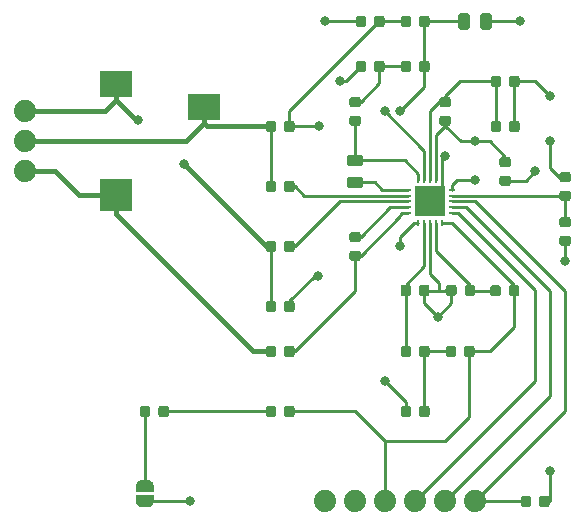
<source format=gtl>
G04 #@! TF.GenerationSoftware,KiCad,Pcbnew,5.1.5*
G04 #@! TF.CreationDate,2020-04-03T22:22:15-06:00*
G04 #@! TF.ProjectId,AD8232,41443832-3332-42e6-9b69-6361645f7063,rev?*
G04 #@! TF.SameCoordinates,Original*
G04 #@! TF.FileFunction,Copper,L1,Top*
G04 #@! TF.FilePolarity,Positive*
%FSLAX46Y46*%
G04 Gerber Fmt 4.6, Leading zero omitted, Abs format (unit mm)*
G04 Created by KiCad (PCBNEW 5.1.5) date 2020-04-03 22:22:15*
%MOMM*%
%LPD*%
G04 APERTURE LIST*
%ADD10C,1.879600*%
%ADD11C,0.100000*%
%ADD12R,2.499360X2.499360*%
%ADD13R,0.248920X0.497840*%
%ADD14R,0.497840X0.248920*%
%ADD15R,2.800000X2.800000*%
%ADD16R,2.800000X2.200000*%
%ADD17C,0.800000*%
%ADD18C,0.250000*%
%ADD19C,0.254000*%
%ADD20C,0.406000*%
G04 APERTURE END LIST*
D10*
X166370000Y-114300000D03*
X163830000Y-114300000D03*
X161290000Y-114300000D03*
X158750000Y-114300000D03*
X156210000Y-114300000D03*
X153670000Y-114300000D03*
X128270000Y-81280000D03*
X128270000Y-83820000D03*
X128270000Y-86360000D03*
G04 #@! TA.AperFunction,SMDPad,CuDef*
D11*
G36*
X168362691Y-78266053D02*
G01*
X168383926Y-78269203D01*
X168404750Y-78274419D01*
X168424962Y-78281651D01*
X168444368Y-78290830D01*
X168462781Y-78301866D01*
X168480024Y-78314654D01*
X168495930Y-78329070D01*
X168510346Y-78344976D01*
X168523134Y-78362219D01*
X168534170Y-78380632D01*
X168543349Y-78400038D01*
X168550581Y-78420250D01*
X168555797Y-78441074D01*
X168558947Y-78462309D01*
X168560000Y-78483750D01*
X168560000Y-78996250D01*
X168558947Y-79017691D01*
X168555797Y-79038926D01*
X168550581Y-79059750D01*
X168543349Y-79079962D01*
X168534170Y-79099368D01*
X168523134Y-79117781D01*
X168510346Y-79135024D01*
X168495930Y-79150930D01*
X168480024Y-79165346D01*
X168462781Y-79178134D01*
X168444368Y-79189170D01*
X168424962Y-79198349D01*
X168404750Y-79205581D01*
X168383926Y-79210797D01*
X168362691Y-79213947D01*
X168341250Y-79215000D01*
X167903750Y-79215000D01*
X167882309Y-79213947D01*
X167861074Y-79210797D01*
X167840250Y-79205581D01*
X167820038Y-79198349D01*
X167800632Y-79189170D01*
X167782219Y-79178134D01*
X167764976Y-79165346D01*
X167749070Y-79150930D01*
X167734654Y-79135024D01*
X167721866Y-79117781D01*
X167710830Y-79099368D01*
X167701651Y-79079962D01*
X167694419Y-79059750D01*
X167689203Y-79038926D01*
X167686053Y-79017691D01*
X167685000Y-78996250D01*
X167685000Y-78483750D01*
X167686053Y-78462309D01*
X167689203Y-78441074D01*
X167694419Y-78420250D01*
X167701651Y-78400038D01*
X167710830Y-78380632D01*
X167721866Y-78362219D01*
X167734654Y-78344976D01*
X167749070Y-78329070D01*
X167764976Y-78314654D01*
X167782219Y-78301866D01*
X167800632Y-78290830D01*
X167820038Y-78281651D01*
X167840250Y-78274419D01*
X167861074Y-78269203D01*
X167882309Y-78266053D01*
X167903750Y-78265000D01*
X168341250Y-78265000D01*
X168362691Y-78266053D01*
G37*
G04 #@! TD.AperFunction*
G04 #@! TA.AperFunction,SMDPad,CuDef*
G36*
X169937691Y-78266053D02*
G01*
X169958926Y-78269203D01*
X169979750Y-78274419D01*
X169999962Y-78281651D01*
X170019368Y-78290830D01*
X170037781Y-78301866D01*
X170055024Y-78314654D01*
X170070930Y-78329070D01*
X170085346Y-78344976D01*
X170098134Y-78362219D01*
X170109170Y-78380632D01*
X170118349Y-78400038D01*
X170125581Y-78420250D01*
X170130797Y-78441074D01*
X170133947Y-78462309D01*
X170135000Y-78483750D01*
X170135000Y-78996250D01*
X170133947Y-79017691D01*
X170130797Y-79038926D01*
X170125581Y-79059750D01*
X170118349Y-79079962D01*
X170109170Y-79099368D01*
X170098134Y-79117781D01*
X170085346Y-79135024D01*
X170070930Y-79150930D01*
X170055024Y-79165346D01*
X170037781Y-79178134D01*
X170019368Y-79189170D01*
X169999962Y-79198349D01*
X169979750Y-79205581D01*
X169958926Y-79210797D01*
X169937691Y-79213947D01*
X169916250Y-79215000D01*
X169478750Y-79215000D01*
X169457309Y-79213947D01*
X169436074Y-79210797D01*
X169415250Y-79205581D01*
X169395038Y-79198349D01*
X169375632Y-79189170D01*
X169357219Y-79178134D01*
X169339976Y-79165346D01*
X169324070Y-79150930D01*
X169309654Y-79135024D01*
X169296866Y-79117781D01*
X169285830Y-79099368D01*
X169276651Y-79079962D01*
X169269419Y-79059750D01*
X169264203Y-79038926D01*
X169261053Y-79017691D01*
X169260000Y-78996250D01*
X169260000Y-78483750D01*
X169261053Y-78462309D01*
X169264203Y-78441074D01*
X169269419Y-78420250D01*
X169276651Y-78400038D01*
X169285830Y-78380632D01*
X169296866Y-78362219D01*
X169309654Y-78344976D01*
X169324070Y-78329070D01*
X169339976Y-78314654D01*
X169357219Y-78301866D01*
X169375632Y-78290830D01*
X169395038Y-78281651D01*
X169415250Y-78274419D01*
X169436074Y-78269203D01*
X169457309Y-78266053D01*
X169478750Y-78265000D01*
X169916250Y-78265000D01*
X169937691Y-78266053D01*
G37*
G04 #@! TD.AperFunction*
G04 #@! TA.AperFunction,SMDPad,CuDef*
G36*
X174267691Y-87981053D02*
G01*
X174288926Y-87984203D01*
X174309750Y-87989419D01*
X174329962Y-87996651D01*
X174349368Y-88005830D01*
X174367781Y-88016866D01*
X174385024Y-88029654D01*
X174400930Y-88044070D01*
X174415346Y-88059976D01*
X174428134Y-88077219D01*
X174439170Y-88095632D01*
X174448349Y-88115038D01*
X174455581Y-88135250D01*
X174460797Y-88156074D01*
X174463947Y-88177309D01*
X174465000Y-88198750D01*
X174465000Y-88636250D01*
X174463947Y-88657691D01*
X174460797Y-88678926D01*
X174455581Y-88699750D01*
X174448349Y-88719962D01*
X174439170Y-88739368D01*
X174428134Y-88757781D01*
X174415346Y-88775024D01*
X174400930Y-88790930D01*
X174385024Y-88805346D01*
X174367781Y-88818134D01*
X174349368Y-88829170D01*
X174329962Y-88838349D01*
X174309750Y-88845581D01*
X174288926Y-88850797D01*
X174267691Y-88853947D01*
X174246250Y-88855000D01*
X173733750Y-88855000D01*
X173712309Y-88853947D01*
X173691074Y-88850797D01*
X173670250Y-88845581D01*
X173650038Y-88838349D01*
X173630632Y-88829170D01*
X173612219Y-88818134D01*
X173594976Y-88805346D01*
X173579070Y-88790930D01*
X173564654Y-88775024D01*
X173551866Y-88757781D01*
X173540830Y-88739368D01*
X173531651Y-88719962D01*
X173524419Y-88699750D01*
X173519203Y-88678926D01*
X173516053Y-88657691D01*
X173515000Y-88636250D01*
X173515000Y-88198750D01*
X173516053Y-88177309D01*
X173519203Y-88156074D01*
X173524419Y-88135250D01*
X173531651Y-88115038D01*
X173540830Y-88095632D01*
X173551866Y-88077219D01*
X173564654Y-88059976D01*
X173579070Y-88044070D01*
X173594976Y-88029654D01*
X173612219Y-88016866D01*
X173630632Y-88005830D01*
X173650038Y-87996651D01*
X173670250Y-87989419D01*
X173691074Y-87984203D01*
X173712309Y-87981053D01*
X173733750Y-87980000D01*
X174246250Y-87980000D01*
X174267691Y-87981053D01*
G37*
G04 #@! TD.AperFunction*
G04 #@! TA.AperFunction,SMDPad,CuDef*
G36*
X174267691Y-86406053D02*
G01*
X174288926Y-86409203D01*
X174309750Y-86414419D01*
X174329962Y-86421651D01*
X174349368Y-86430830D01*
X174367781Y-86441866D01*
X174385024Y-86454654D01*
X174400930Y-86469070D01*
X174415346Y-86484976D01*
X174428134Y-86502219D01*
X174439170Y-86520632D01*
X174448349Y-86540038D01*
X174455581Y-86560250D01*
X174460797Y-86581074D01*
X174463947Y-86602309D01*
X174465000Y-86623750D01*
X174465000Y-87061250D01*
X174463947Y-87082691D01*
X174460797Y-87103926D01*
X174455581Y-87124750D01*
X174448349Y-87144962D01*
X174439170Y-87164368D01*
X174428134Y-87182781D01*
X174415346Y-87200024D01*
X174400930Y-87215930D01*
X174385024Y-87230346D01*
X174367781Y-87243134D01*
X174349368Y-87254170D01*
X174329962Y-87263349D01*
X174309750Y-87270581D01*
X174288926Y-87275797D01*
X174267691Y-87278947D01*
X174246250Y-87280000D01*
X173733750Y-87280000D01*
X173712309Y-87278947D01*
X173691074Y-87275797D01*
X173670250Y-87270581D01*
X173650038Y-87263349D01*
X173630632Y-87254170D01*
X173612219Y-87243134D01*
X173594976Y-87230346D01*
X173579070Y-87215930D01*
X173564654Y-87200024D01*
X173551866Y-87182781D01*
X173540830Y-87164368D01*
X173531651Y-87144962D01*
X173524419Y-87124750D01*
X173519203Y-87103926D01*
X173516053Y-87082691D01*
X173515000Y-87061250D01*
X173515000Y-86623750D01*
X173516053Y-86602309D01*
X173519203Y-86581074D01*
X173524419Y-86560250D01*
X173531651Y-86540038D01*
X173540830Y-86520632D01*
X173551866Y-86502219D01*
X173564654Y-86484976D01*
X173579070Y-86469070D01*
X173594976Y-86454654D01*
X173612219Y-86441866D01*
X173630632Y-86430830D01*
X173650038Y-86421651D01*
X173670250Y-86414419D01*
X173691074Y-86409203D01*
X173712309Y-86406053D01*
X173733750Y-86405000D01*
X174246250Y-86405000D01*
X174267691Y-86406053D01*
G37*
G04 #@! TD.AperFunction*
G04 #@! TA.AperFunction,SMDPad,CuDef*
G36*
X174267691Y-91791053D02*
G01*
X174288926Y-91794203D01*
X174309750Y-91799419D01*
X174329962Y-91806651D01*
X174349368Y-91815830D01*
X174367781Y-91826866D01*
X174385024Y-91839654D01*
X174400930Y-91854070D01*
X174415346Y-91869976D01*
X174428134Y-91887219D01*
X174439170Y-91905632D01*
X174448349Y-91925038D01*
X174455581Y-91945250D01*
X174460797Y-91966074D01*
X174463947Y-91987309D01*
X174465000Y-92008750D01*
X174465000Y-92446250D01*
X174463947Y-92467691D01*
X174460797Y-92488926D01*
X174455581Y-92509750D01*
X174448349Y-92529962D01*
X174439170Y-92549368D01*
X174428134Y-92567781D01*
X174415346Y-92585024D01*
X174400930Y-92600930D01*
X174385024Y-92615346D01*
X174367781Y-92628134D01*
X174349368Y-92639170D01*
X174329962Y-92648349D01*
X174309750Y-92655581D01*
X174288926Y-92660797D01*
X174267691Y-92663947D01*
X174246250Y-92665000D01*
X173733750Y-92665000D01*
X173712309Y-92663947D01*
X173691074Y-92660797D01*
X173670250Y-92655581D01*
X173650038Y-92648349D01*
X173630632Y-92639170D01*
X173612219Y-92628134D01*
X173594976Y-92615346D01*
X173579070Y-92600930D01*
X173564654Y-92585024D01*
X173551866Y-92567781D01*
X173540830Y-92549368D01*
X173531651Y-92529962D01*
X173524419Y-92509750D01*
X173519203Y-92488926D01*
X173516053Y-92467691D01*
X173515000Y-92446250D01*
X173515000Y-92008750D01*
X173516053Y-91987309D01*
X173519203Y-91966074D01*
X173524419Y-91945250D01*
X173531651Y-91925038D01*
X173540830Y-91905632D01*
X173551866Y-91887219D01*
X173564654Y-91869976D01*
X173579070Y-91854070D01*
X173594976Y-91839654D01*
X173612219Y-91826866D01*
X173630632Y-91815830D01*
X173650038Y-91806651D01*
X173670250Y-91799419D01*
X173691074Y-91794203D01*
X173712309Y-91791053D01*
X173733750Y-91790000D01*
X174246250Y-91790000D01*
X174267691Y-91791053D01*
G37*
G04 #@! TD.AperFunction*
G04 #@! TA.AperFunction,SMDPad,CuDef*
G36*
X174267691Y-90216053D02*
G01*
X174288926Y-90219203D01*
X174309750Y-90224419D01*
X174329962Y-90231651D01*
X174349368Y-90240830D01*
X174367781Y-90251866D01*
X174385024Y-90264654D01*
X174400930Y-90279070D01*
X174415346Y-90294976D01*
X174428134Y-90312219D01*
X174439170Y-90330632D01*
X174448349Y-90350038D01*
X174455581Y-90370250D01*
X174460797Y-90391074D01*
X174463947Y-90412309D01*
X174465000Y-90433750D01*
X174465000Y-90871250D01*
X174463947Y-90892691D01*
X174460797Y-90913926D01*
X174455581Y-90934750D01*
X174448349Y-90954962D01*
X174439170Y-90974368D01*
X174428134Y-90992781D01*
X174415346Y-91010024D01*
X174400930Y-91025930D01*
X174385024Y-91040346D01*
X174367781Y-91053134D01*
X174349368Y-91064170D01*
X174329962Y-91073349D01*
X174309750Y-91080581D01*
X174288926Y-91085797D01*
X174267691Y-91088947D01*
X174246250Y-91090000D01*
X173733750Y-91090000D01*
X173712309Y-91088947D01*
X173691074Y-91085797D01*
X173670250Y-91080581D01*
X173650038Y-91073349D01*
X173630632Y-91064170D01*
X173612219Y-91053134D01*
X173594976Y-91040346D01*
X173579070Y-91025930D01*
X173564654Y-91010024D01*
X173551866Y-90992781D01*
X173540830Y-90974368D01*
X173531651Y-90954962D01*
X173524419Y-90934750D01*
X173519203Y-90913926D01*
X173516053Y-90892691D01*
X173515000Y-90871250D01*
X173515000Y-90433750D01*
X173516053Y-90412309D01*
X173519203Y-90391074D01*
X173524419Y-90370250D01*
X173531651Y-90350038D01*
X173540830Y-90330632D01*
X173551866Y-90312219D01*
X173564654Y-90294976D01*
X173579070Y-90279070D01*
X173594976Y-90264654D01*
X173612219Y-90251866D01*
X173630632Y-90240830D01*
X173650038Y-90231651D01*
X173670250Y-90224419D01*
X173691074Y-90219203D01*
X173712309Y-90216053D01*
X173733750Y-90215000D01*
X174246250Y-90215000D01*
X174267691Y-90216053D01*
G37*
G04 #@! TD.AperFunction*
G04 #@! TA.AperFunction,SMDPad,CuDef*
G36*
X158507691Y-76996053D02*
G01*
X158528926Y-76999203D01*
X158549750Y-77004419D01*
X158569962Y-77011651D01*
X158589368Y-77020830D01*
X158607781Y-77031866D01*
X158625024Y-77044654D01*
X158640930Y-77059070D01*
X158655346Y-77074976D01*
X158668134Y-77092219D01*
X158679170Y-77110632D01*
X158688349Y-77130038D01*
X158695581Y-77150250D01*
X158700797Y-77171074D01*
X158703947Y-77192309D01*
X158705000Y-77213750D01*
X158705000Y-77726250D01*
X158703947Y-77747691D01*
X158700797Y-77768926D01*
X158695581Y-77789750D01*
X158688349Y-77809962D01*
X158679170Y-77829368D01*
X158668134Y-77847781D01*
X158655346Y-77865024D01*
X158640930Y-77880930D01*
X158625024Y-77895346D01*
X158607781Y-77908134D01*
X158589368Y-77919170D01*
X158569962Y-77928349D01*
X158549750Y-77935581D01*
X158528926Y-77940797D01*
X158507691Y-77943947D01*
X158486250Y-77945000D01*
X158048750Y-77945000D01*
X158027309Y-77943947D01*
X158006074Y-77940797D01*
X157985250Y-77935581D01*
X157965038Y-77928349D01*
X157945632Y-77919170D01*
X157927219Y-77908134D01*
X157909976Y-77895346D01*
X157894070Y-77880930D01*
X157879654Y-77865024D01*
X157866866Y-77847781D01*
X157855830Y-77829368D01*
X157846651Y-77809962D01*
X157839419Y-77789750D01*
X157834203Y-77768926D01*
X157831053Y-77747691D01*
X157830000Y-77726250D01*
X157830000Y-77213750D01*
X157831053Y-77192309D01*
X157834203Y-77171074D01*
X157839419Y-77150250D01*
X157846651Y-77130038D01*
X157855830Y-77110632D01*
X157866866Y-77092219D01*
X157879654Y-77074976D01*
X157894070Y-77059070D01*
X157909976Y-77044654D01*
X157927219Y-77031866D01*
X157945632Y-77020830D01*
X157965038Y-77011651D01*
X157985250Y-77004419D01*
X158006074Y-76999203D01*
X158027309Y-76996053D01*
X158048750Y-76995000D01*
X158486250Y-76995000D01*
X158507691Y-76996053D01*
G37*
G04 #@! TD.AperFunction*
G04 #@! TA.AperFunction,SMDPad,CuDef*
G36*
X156932691Y-76996053D02*
G01*
X156953926Y-76999203D01*
X156974750Y-77004419D01*
X156994962Y-77011651D01*
X157014368Y-77020830D01*
X157032781Y-77031866D01*
X157050024Y-77044654D01*
X157065930Y-77059070D01*
X157080346Y-77074976D01*
X157093134Y-77092219D01*
X157104170Y-77110632D01*
X157113349Y-77130038D01*
X157120581Y-77150250D01*
X157125797Y-77171074D01*
X157128947Y-77192309D01*
X157130000Y-77213750D01*
X157130000Y-77726250D01*
X157128947Y-77747691D01*
X157125797Y-77768926D01*
X157120581Y-77789750D01*
X157113349Y-77809962D01*
X157104170Y-77829368D01*
X157093134Y-77847781D01*
X157080346Y-77865024D01*
X157065930Y-77880930D01*
X157050024Y-77895346D01*
X157032781Y-77908134D01*
X157014368Y-77919170D01*
X156994962Y-77928349D01*
X156974750Y-77935581D01*
X156953926Y-77940797D01*
X156932691Y-77943947D01*
X156911250Y-77945000D01*
X156473750Y-77945000D01*
X156452309Y-77943947D01*
X156431074Y-77940797D01*
X156410250Y-77935581D01*
X156390038Y-77928349D01*
X156370632Y-77919170D01*
X156352219Y-77908134D01*
X156334976Y-77895346D01*
X156319070Y-77880930D01*
X156304654Y-77865024D01*
X156291866Y-77847781D01*
X156280830Y-77829368D01*
X156271651Y-77809962D01*
X156264419Y-77789750D01*
X156259203Y-77768926D01*
X156256053Y-77747691D01*
X156255000Y-77726250D01*
X156255000Y-77213750D01*
X156256053Y-77192309D01*
X156259203Y-77171074D01*
X156264419Y-77150250D01*
X156271651Y-77130038D01*
X156280830Y-77110632D01*
X156291866Y-77092219D01*
X156304654Y-77074976D01*
X156319070Y-77059070D01*
X156334976Y-77044654D01*
X156352219Y-77031866D01*
X156370632Y-77020830D01*
X156390038Y-77011651D01*
X156410250Y-77004419D01*
X156431074Y-76999203D01*
X156452309Y-76996053D01*
X156473750Y-76995000D01*
X156911250Y-76995000D01*
X156932691Y-76996053D01*
G37*
G04 #@! TD.AperFunction*
G04 #@! TA.AperFunction,SMDPad,CuDef*
G36*
X162317691Y-76996053D02*
G01*
X162338926Y-76999203D01*
X162359750Y-77004419D01*
X162379962Y-77011651D01*
X162399368Y-77020830D01*
X162417781Y-77031866D01*
X162435024Y-77044654D01*
X162450930Y-77059070D01*
X162465346Y-77074976D01*
X162478134Y-77092219D01*
X162489170Y-77110632D01*
X162498349Y-77130038D01*
X162505581Y-77150250D01*
X162510797Y-77171074D01*
X162513947Y-77192309D01*
X162515000Y-77213750D01*
X162515000Y-77726250D01*
X162513947Y-77747691D01*
X162510797Y-77768926D01*
X162505581Y-77789750D01*
X162498349Y-77809962D01*
X162489170Y-77829368D01*
X162478134Y-77847781D01*
X162465346Y-77865024D01*
X162450930Y-77880930D01*
X162435024Y-77895346D01*
X162417781Y-77908134D01*
X162399368Y-77919170D01*
X162379962Y-77928349D01*
X162359750Y-77935581D01*
X162338926Y-77940797D01*
X162317691Y-77943947D01*
X162296250Y-77945000D01*
X161858750Y-77945000D01*
X161837309Y-77943947D01*
X161816074Y-77940797D01*
X161795250Y-77935581D01*
X161775038Y-77928349D01*
X161755632Y-77919170D01*
X161737219Y-77908134D01*
X161719976Y-77895346D01*
X161704070Y-77880930D01*
X161689654Y-77865024D01*
X161676866Y-77847781D01*
X161665830Y-77829368D01*
X161656651Y-77809962D01*
X161649419Y-77789750D01*
X161644203Y-77768926D01*
X161641053Y-77747691D01*
X161640000Y-77726250D01*
X161640000Y-77213750D01*
X161641053Y-77192309D01*
X161644203Y-77171074D01*
X161649419Y-77150250D01*
X161656651Y-77130038D01*
X161665830Y-77110632D01*
X161676866Y-77092219D01*
X161689654Y-77074976D01*
X161704070Y-77059070D01*
X161719976Y-77044654D01*
X161737219Y-77031866D01*
X161755632Y-77020830D01*
X161775038Y-77011651D01*
X161795250Y-77004419D01*
X161816074Y-76999203D01*
X161837309Y-76996053D01*
X161858750Y-76995000D01*
X162296250Y-76995000D01*
X162317691Y-76996053D01*
G37*
G04 #@! TD.AperFunction*
G04 #@! TA.AperFunction,SMDPad,CuDef*
G36*
X160742691Y-76996053D02*
G01*
X160763926Y-76999203D01*
X160784750Y-77004419D01*
X160804962Y-77011651D01*
X160824368Y-77020830D01*
X160842781Y-77031866D01*
X160860024Y-77044654D01*
X160875930Y-77059070D01*
X160890346Y-77074976D01*
X160903134Y-77092219D01*
X160914170Y-77110632D01*
X160923349Y-77130038D01*
X160930581Y-77150250D01*
X160935797Y-77171074D01*
X160938947Y-77192309D01*
X160940000Y-77213750D01*
X160940000Y-77726250D01*
X160938947Y-77747691D01*
X160935797Y-77768926D01*
X160930581Y-77789750D01*
X160923349Y-77809962D01*
X160914170Y-77829368D01*
X160903134Y-77847781D01*
X160890346Y-77865024D01*
X160875930Y-77880930D01*
X160860024Y-77895346D01*
X160842781Y-77908134D01*
X160824368Y-77919170D01*
X160804962Y-77928349D01*
X160784750Y-77935581D01*
X160763926Y-77940797D01*
X160742691Y-77943947D01*
X160721250Y-77945000D01*
X160283750Y-77945000D01*
X160262309Y-77943947D01*
X160241074Y-77940797D01*
X160220250Y-77935581D01*
X160200038Y-77928349D01*
X160180632Y-77919170D01*
X160162219Y-77908134D01*
X160144976Y-77895346D01*
X160129070Y-77880930D01*
X160114654Y-77865024D01*
X160101866Y-77847781D01*
X160090830Y-77829368D01*
X160081651Y-77809962D01*
X160074419Y-77789750D01*
X160069203Y-77768926D01*
X160066053Y-77747691D01*
X160065000Y-77726250D01*
X160065000Y-77213750D01*
X160066053Y-77192309D01*
X160069203Y-77171074D01*
X160074419Y-77150250D01*
X160081651Y-77130038D01*
X160090830Y-77110632D01*
X160101866Y-77092219D01*
X160114654Y-77074976D01*
X160129070Y-77059070D01*
X160144976Y-77044654D01*
X160162219Y-77031866D01*
X160180632Y-77020830D01*
X160200038Y-77011651D01*
X160220250Y-77004419D01*
X160241074Y-76999203D01*
X160262309Y-76996053D01*
X160283750Y-76995000D01*
X160721250Y-76995000D01*
X160742691Y-76996053D01*
G37*
G04 #@! TD.AperFunction*
G04 #@! TA.AperFunction,SMDPad,CuDef*
G36*
X156487691Y-81631053D02*
G01*
X156508926Y-81634203D01*
X156529750Y-81639419D01*
X156549962Y-81646651D01*
X156569368Y-81655830D01*
X156587781Y-81666866D01*
X156605024Y-81679654D01*
X156620930Y-81694070D01*
X156635346Y-81709976D01*
X156648134Y-81727219D01*
X156659170Y-81745632D01*
X156668349Y-81765038D01*
X156675581Y-81785250D01*
X156680797Y-81806074D01*
X156683947Y-81827309D01*
X156685000Y-81848750D01*
X156685000Y-82286250D01*
X156683947Y-82307691D01*
X156680797Y-82328926D01*
X156675581Y-82349750D01*
X156668349Y-82369962D01*
X156659170Y-82389368D01*
X156648134Y-82407781D01*
X156635346Y-82425024D01*
X156620930Y-82440930D01*
X156605024Y-82455346D01*
X156587781Y-82468134D01*
X156569368Y-82479170D01*
X156549962Y-82488349D01*
X156529750Y-82495581D01*
X156508926Y-82500797D01*
X156487691Y-82503947D01*
X156466250Y-82505000D01*
X155953750Y-82505000D01*
X155932309Y-82503947D01*
X155911074Y-82500797D01*
X155890250Y-82495581D01*
X155870038Y-82488349D01*
X155850632Y-82479170D01*
X155832219Y-82468134D01*
X155814976Y-82455346D01*
X155799070Y-82440930D01*
X155784654Y-82425024D01*
X155771866Y-82407781D01*
X155760830Y-82389368D01*
X155751651Y-82369962D01*
X155744419Y-82349750D01*
X155739203Y-82328926D01*
X155736053Y-82307691D01*
X155735000Y-82286250D01*
X155735000Y-81848750D01*
X155736053Y-81827309D01*
X155739203Y-81806074D01*
X155744419Y-81785250D01*
X155751651Y-81765038D01*
X155760830Y-81745632D01*
X155771866Y-81727219D01*
X155784654Y-81709976D01*
X155799070Y-81694070D01*
X155814976Y-81679654D01*
X155832219Y-81666866D01*
X155850632Y-81655830D01*
X155870038Y-81646651D01*
X155890250Y-81639419D01*
X155911074Y-81634203D01*
X155932309Y-81631053D01*
X155953750Y-81630000D01*
X156466250Y-81630000D01*
X156487691Y-81631053D01*
G37*
G04 #@! TD.AperFunction*
G04 #@! TA.AperFunction,SMDPad,CuDef*
G36*
X156487691Y-80056053D02*
G01*
X156508926Y-80059203D01*
X156529750Y-80064419D01*
X156549962Y-80071651D01*
X156569368Y-80080830D01*
X156587781Y-80091866D01*
X156605024Y-80104654D01*
X156620930Y-80119070D01*
X156635346Y-80134976D01*
X156648134Y-80152219D01*
X156659170Y-80170632D01*
X156668349Y-80190038D01*
X156675581Y-80210250D01*
X156680797Y-80231074D01*
X156683947Y-80252309D01*
X156685000Y-80273750D01*
X156685000Y-80711250D01*
X156683947Y-80732691D01*
X156680797Y-80753926D01*
X156675581Y-80774750D01*
X156668349Y-80794962D01*
X156659170Y-80814368D01*
X156648134Y-80832781D01*
X156635346Y-80850024D01*
X156620930Y-80865930D01*
X156605024Y-80880346D01*
X156587781Y-80893134D01*
X156569368Y-80904170D01*
X156549962Y-80913349D01*
X156529750Y-80920581D01*
X156508926Y-80925797D01*
X156487691Y-80928947D01*
X156466250Y-80930000D01*
X155953750Y-80930000D01*
X155932309Y-80928947D01*
X155911074Y-80925797D01*
X155890250Y-80920581D01*
X155870038Y-80913349D01*
X155850632Y-80904170D01*
X155832219Y-80893134D01*
X155814976Y-80880346D01*
X155799070Y-80865930D01*
X155784654Y-80850024D01*
X155771866Y-80832781D01*
X155760830Y-80814368D01*
X155751651Y-80794962D01*
X155744419Y-80774750D01*
X155739203Y-80753926D01*
X155736053Y-80732691D01*
X155735000Y-80711250D01*
X155735000Y-80273750D01*
X155736053Y-80252309D01*
X155739203Y-80231074D01*
X155744419Y-80210250D01*
X155751651Y-80190038D01*
X155760830Y-80170632D01*
X155771866Y-80152219D01*
X155784654Y-80134976D01*
X155799070Y-80119070D01*
X155814976Y-80104654D01*
X155832219Y-80091866D01*
X155850632Y-80080830D01*
X155870038Y-80071651D01*
X155890250Y-80064419D01*
X155911074Y-80059203D01*
X155932309Y-80056053D01*
X155953750Y-80055000D01*
X156466250Y-80055000D01*
X156487691Y-80056053D01*
G37*
G04 #@! TD.AperFunction*
G04 #@! TA.AperFunction,SMDPad,CuDef*
G36*
X164107691Y-81631053D02*
G01*
X164128926Y-81634203D01*
X164149750Y-81639419D01*
X164169962Y-81646651D01*
X164189368Y-81655830D01*
X164207781Y-81666866D01*
X164225024Y-81679654D01*
X164240930Y-81694070D01*
X164255346Y-81709976D01*
X164268134Y-81727219D01*
X164279170Y-81745632D01*
X164288349Y-81765038D01*
X164295581Y-81785250D01*
X164300797Y-81806074D01*
X164303947Y-81827309D01*
X164305000Y-81848750D01*
X164305000Y-82286250D01*
X164303947Y-82307691D01*
X164300797Y-82328926D01*
X164295581Y-82349750D01*
X164288349Y-82369962D01*
X164279170Y-82389368D01*
X164268134Y-82407781D01*
X164255346Y-82425024D01*
X164240930Y-82440930D01*
X164225024Y-82455346D01*
X164207781Y-82468134D01*
X164189368Y-82479170D01*
X164169962Y-82488349D01*
X164149750Y-82495581D01*
X164128926Y-82500797D01*
X164107691Y-82503947D01*
X164086250Y-82505000D01*
X163573750Y-82505000D01*
X163552309Y-82503947D01*
X163531074Y-82500797D01*
X163510250Y-82495581D01*
X163490038Y-82488349D01*
X163470632Y-82479170D01*
X163452219Y-82468134D01*
X163434976Y-82455346D01*
X163419070Y-82440930D01*
X163404654Y-82425024D01*
X163391866Y-82407781D01*
X163380830Y-82389368D01*
X163371651Y-82369962D01*
X163364419Y-82349750D01*
X163359203Y-82328926D01*
X163356053Y-82307691D01*
X163355000Y-82286250D01*
X163355000Y-81848750D01*
X163356053Y-81827309D01*
X163359203Y-81806074D01*
X163364419Y-81785250D01*
X163371651Y-81765038D01*
X163380830Y-81745632D01*
X163391866Y-81727219D01*
X163404654Y-81709976D01*
X163419070Y-81694070D01*
X163434976Y-81679654D01*
X163452219Y-81666866D01*
X163470632Y-81655830D01*
X163490038Y-81646651D01*
X163510250Y-81639419D01*
X163531074Y-81634203D01*
X163552309Y-81631053D01*
X163573750Y-81630000D01*
X164086250Y-81630000D01*
X164107691Y-81631053D01*
G37*
G04 #@! TD.AperFunction*
G04 #@! TA.AperFunction,SMDPad,CuDef*
G36*
X164107691Y-80056053D02*
G01*
X164128926Y-80059203D01*
X164149750Y-80064419D01*
X164169962Y-80071651D01*
X164189368Y-80080830D01*
X164207781Y-80091866D01*
X164225024Y-80104654D01*
X164240930Y-80119070D01*
X164255346Y-80134976D01*
X164268134Y-80152219D01*
X164279170Y-80170632D01*
X164288349Y-80190038D01*
X164295581Y-80210250D01*
X164300797Y-80231074D01*
X164303947Y-80252309D01*
X164305000Y-80273750D01*
X164305000Y-80711250D01*
X164303947Y-80732691D01*
X164300797Y-80753926D01*
X164295581Y-80774750D01*
X164288349Y-80794962D01*
X164279170Y-80814368D01*
X164268134Y-80832781D01*
X164255346Y-80850024D01*
X164240930Y-80865930D01*
X164225024Y-80880346D01*
X164207781Y-80893134D01*
X164189368Y-80904170D01*
X164169962Y-80913349D01*
X164149750Y-80920581D01*
X164128926Y-80925797D01*
X164107691Y-80928947D01*
X164086250Y-80930000D01*
X163573750Y-80930000D01*
X163552309Y-80928947D01*
X163531074Y-80925797D01*
X163510250Y-80920581D01*
X163490038Y-80913349D01*
X163470632Y-80904170D01*
X163452219Y-80893134D01*
X163434976Y-80880346D01*
X163419070Y-80865930D01*
X163404654Y-80850024D01*
X163391866Y-80832781D01*
X163380830Y-80814368D01*
X163371651Y-80794962D01*
X163364419Y-80774750D01*
X163359203Y-80753926D01*
X163356053Y-80732691D01*
X163355000Y-80711250D01*
X163355000Y-80273750D01*
X163356053Y-80252309D01*
X163359203Y-80231074D01*
X163364419Y-80210250D01*
X163371651Y-80190038D01*
X163380830Y-80170632D01*
X163391866Y-80152219D01*
X163404654Y-80134976D01*
X163419070Y-80119070D01*
X163434976Y-80104654D01*
X163452219Y-80091866D01*
X163470632Y-80080830D01*
X163490038Y-80071651D01*
X163510250Y-80064419D01*
X163531074Y-80059203D01*
X163552309Y-80056053D01*
X163573750Y-80055000D01*
X164086250Y-80055000D01*
X164107691Y-80056053D01*
G37*
G04 #@! TD.AperFunction*
G04 #@! TA.AperFunction,SMDPad,CuDef*
G36*
X169920902Y-95985738D02*
G01*
X169942137Y-95988888D01*
X169962961Y-95994104D01*
X169983173Y-96001336D01*
X170002579Y-96010515D01*
X170020992Y-96021551D01*
X170038235Y-96034339D01*
X170054141Y-96048755D01*
X170068557Y-96064661D01*
X170081345Y-96081904D01*
X170092381Y-96100317D01*
X170101560Y-96119723D01*
X170108792Y-96139935D01*
X170114008Y-96160759D01*
X170117158Y-96181994D01*
X170118211Y-96203435D01*
X170118211Y-96715935D01*
X170117158Y-96737376D01*
X170114008Y-96758611D01*
X170108792Y-96779435D01*
X170101560Y-96799647D01*
X170092381Y-96819053D01*
X170081345Y-96837466D01*
X170068557Y-96854709D01*
X170054141Y-96870615D01*
X170038235Y-96885031D01*
X170020992Y-96897819D01*
X170002579Y-96908855D01*
X169983173Y-96918034D01*
X169962961Y-96925266D01*
X169942137Y-96930482D01*
X169920902Y-96933632D01*
X169899461Y-96934685D01*
X169461961Y-96934685D01*
X169440520Y-96933632D01*
X169419285Y-96930482D01*
X169398461Y-96925266D01*
X169378249Y-96918034D01*
X169358843Y-96908855D01*
X169340430Y-96897819D01*
X169323187Y-96885031D01*
X169307281Y-96870615D01*
X169292865Y-96854709D01*
X169280077Y-96837466D01*
X169269041Y-96819053D01*
X169259862Y-96799647D01*
X169252630Y-96779435D01*
X169247414Y-96758611D01*
X169244264Y-96737376D01*
X169243211Y-96715935D01*
X169243211Y-96203435D01*
X169244264Y-96181994D01*
X169247414Y-96160759D01*
X169252630Y-96139935D01*
X169259862Y-96119723D01*
X169269041Y-96100317D01*
X169280077Y-96081904D01*
X169292865Y-96064661D01*
X169307281Y-96048755D01*
X169323187Y-96034339D01*
X169340430Y-96021551D01*
X169358843Y-96010515D01*
X169378249Y-96001336D01*
X169398461Y-95994104D01*
X169419285Y-95988888D01*
X169440520Y-95985738D01*
X169461961Y-95984685D01*
X169899461Y-95984685D01*
X169920902Y-95985738D01*
G37*
G04 #@! TD.AperFunction*
G04 #@! TA.AperFunction,SMDPad,CuDef*
G36*
X168345902Y-95985738D02*
G01*
X168367137Y-95988888D01*
X168387961Y-95994104D01*
X168408173Y-96001336D01*
X168427579Y-96010515D01*
X168445992Y-96021551D01*
X168463235Y-96034339D01*
X168479141Y-96048755D01*
X168493557Y-96064661D01*
X168506345Y-96081904D01*
X168517381Y-96100317D01*
X168526560Y-96119723D01*
X168533792Y-96139935D01*
X168539008Y-96160759D01*
X168542158Y-96181994D01*
X168543211Y-96203435D01*
X168543211Y-96715935D01*
X168542158Y-96737376D01*
X168539008Y-96758611D01*
X168533792Y-96779435D01*
X168526560Y-96799647D01*
X168517381Y-96819053D01*
X168506345Y-96837466D01*
X168493557Y-96854709D01*
X168479141Y-96870615D01*
X168463235Y-96885031D01*
X168445992Y-96897819D01*
X168427579Y-96908855D01*
X168408173Y-96918034D01*
X168387961Y-96925266D01*
X168367137Y-96930482D01*
X168345902Y-96933632D01*
X168324461Y-96934685D01*
X167886961Y-96934685D01*
X167865520Y-96933632D01*
X167844285Y-96930482D01*
X167823461Y-96925266D01*
X167803249Y-96918034D01*
X167783843Y-96908855D01*
X167765430Y-96897819D01*
X167748187Y-96885031D01*
X167732281Y-96870615D01*
X167717865Y-96854709D01*
X167705077Y-96837466D01*
X167694041Y-96819053D01*
X167684862Y-96799647D01*
X167677630Y-96779435D01*
X167672414Y-96758611D01*
X167669264Y-96737376D01*
X167668211Y-96715935D01*
X167668211Y-96203435D01*
X167669264Y-96181994D01*
X167672414Y-96160759D01*
X167677630Y-96139935D01*
X167684862Y-96119723D01*
X167694041Y-96100317D01*
X167705077Y-96081904D01*
X167717865Y-96064661D01*
X167732281Y-96048755D01*
X167748187Y-96034339D01*
X167765430Y-96021551D01*
X167783843Y-96010515D01*
X167803249Y-96001336D01*
X167823461Y-95994104D01*
X167844285Y-95988888D01*
X167865520Y-95985738D01*
X167886961Y-95984685D01*
X168324461Y-95984685D01*
X168345902Y-95985738D01*
G37*
G04 #@! TD.AperFunction*
G04 #@! TA.AperFunction,SMDPad,CuDef*
G36*
X166185905Y-95955124D02*
G01*
X166207140Y-95958274D01*
X166227964Y-95963490D01*
X166248176Y-95970722D01*
X166267582Y-95979901D01*
X166285995Y-95990937D01*
X166303238Y-96003725D01*
X166319144Y-96018141D01*
X166333560Y-96034047D01*
X166346348Y-96051290D01*
X166357384Y-96069703D01*
X166366563Y-96089109D01*
X166373795Y-96109321D01*
X166379011Y-96130145D01*
X166382161Y-96151380D01*
X166383214Y-96172821D01*
X166383214Y-96685321D01*
X166382161Y-96706762D01*
X166379011Y-96727997D01*
X166373795Y-96748821D01*
X166366563Y-96769033D01*
X166357384Y-96788439D01*
X166346348Y-96806852D01*
X166333560Y-96824095D01*
X166319144Y-96840001D01*
X166303238Y-96854417D01*
X166285995Y-96867205D01*
X166267582Y-96878241D01*
X166248176Y-96887420D01*
X166227964Y-96894652D01*
X166207140Y-96899868D01*
X166185905Y-96903018D01*
X166164464Y-96904071D01*
X165726964Y-96904071D01*
X165705523Y-96903018D01*
X165684288Y-96899868D01*
X165663464Y-96894652D01*
X165643252Y-96887420D01*
X165623846Y-96878241D01*
X165605433Y-96867205D01*
X165588190Y-96854417D01*
X165572284Y-96840001D01*
X165557868Y-96824095D01*
X165545080Y-96806852D01*
X165534044Y-96788439D01*
X165524865Y-96769033D01*
X165517633Y-96748821D01*
X165512417Y-96727997D01*
X165509267Y-96706762D01*
X165508214Y-96685321D01*
X165508214Y-96172821D01*
X165509267Y-96151380D01*
X165512417Y-96130145D01*
X165517633Y-96109321D01*
X165524865Y-96089109D01*
X165534044Y-96069703D01*
X165545080Y-96051290D01*
X165557868Y-96034047D01*
X165572284Y-96018141D01*
X165588190Y-96003725D01*
X165605433Y-95990937D01*
X165623846Y-95979901D01*
X165643252Y-95970722D01*
X165663464Y-95963490D01*
X165684288Y-95958274D01*
X165705523Y-95955124D01*
X165726964Y-95954071D01*
X166164464Y-95954071D01*
X166185905Y-95955124D01*
G37*
G04 #@! TD.AperFunction*
G04 #@! TA.AperFunction,SMDPad,CuDef*
G36*
X164610905Y-95955124D02*
G01*
X164632140Y-95958274D01*
X164652964Y-95963490D01*
X164673176Y-95970722D01*
X164692582Y-95979901D01*
X164710995Y-95990937D01*
X164728238Y-96003725D01*
X164744144Y-96018141D01*
X164758560Y-96034047D01*
X164771348Y-96051290D01*
X164782384Y-96069703D01*
X164791563Y-96089109D01*
X164798795Y-96109321D01*
X164804011Y-96130145D01*
X164807161Y-96151380D01*
X164808214Y-96172821D01*
X164808214Y-96685321D01*
X164807161Y-96706762D01*
X164804011Y-96727997D01*
X164798795Y-96748821D01*
X164791563Y-96769033D01*
X164782384Y-96788439D01*
X164771348Y-96806852D01*
X164758560Y-96824095D01*
X164744144Y-96840001D01*
X164728238Y-96854417D01*
X164710995Y-96867205D01*
X164692582Y-96878241D01*
X164673176Y-96887420D01*
X164652964Y-96894652D01*
X164632140Y-96899868D01*
X164610905Y-96903018D01*
X164589464Y-96904071D01*
X164151964Y-96904071D01*
X164130523Y-96903018D01*
X164109288Y-96899868D01*
X164088464Y-96894652D01*
X164068252Y-96887420D01*
X164048846Y-96878241D01*
X164030433Y-96867205D01*
X164013190Y-96854417D01*
X163997284Y-96840001D01*
X163982868Y-96824095D01*
X163970080Y-96806852D01*
X163959044Y-96788439D01*
X163949865Y-96769033D01*
X163942633Y-96748821D01*
X163937417Y-96727997D01*
X163934267Y-96706762D01*
X163933214Y-96685321D01*
X163933214Y-96172821D01*
X163934267Y-96151380D01*
X163937417Y-96130145D01*
X163942633Y-96109321D01*
X163949865Y-96089109D01*
X163959044Y-96069703D01*
X163970080Y-96051290D01*
X163982868Y-96034047D01*
X163997284Y-96018141D01*
X164013190Y-96003725D01*
X164030433Y-95990937D01*
X164048846Y-95979901D01*
X164068252Y-95970722D01*
X164088464Y-95963490D01*
X164109288Y-95958274D01*
X164130523Y-95955124D01*
X164151964Y-95954071D01*
X164589464Y-95954071D01*
X164610905Y-95955124D01*
G37*
G04 #@! TD.AperFunction*
G04 #@! TA.AperFunction,SMDPad,CuDef*
G36*
X162317691Y-101126053D02*
G01*
X162338926Y-101129203D01*
X162359750Y-101134419D01*
X162379962Y-101141651D01*
X162399368Y-101150830D01*
X162417781Y-101161866D01*
X162435024Y-101174654D01*
X162450930Y-101189070D01*
X162465346Y-101204976D01*
X162478134Y-101222219D01*
X162489170Y-101240632D01*
X162498349Y-101260038D01*
X162505581Y-101280250D01*
X162510797Y-101301074D01*
X162513947Y-101322309D01*
X162515000Y-101343750D01*
X162515000Y-101856250D01*
X162513947Y-101877691D01*
X162510797Y-101898926D01*
X162505581Y-101919750D01*
X162498349Y-101939962D01*
X162489170Y-101959368D01*
X162478134Y-101977781D01*
X162465346Y-101995024D01*
X162450930Y-102010930D01*
X162435024Y-102025346D01*
X162417781Y-102038134D01*
X162399368Y-102049170D01*
X162379962Y-102058349D01*
X162359750Y-102065581D01*
X162338926Y-102070797D01*
X162317691Y-102073947D01*
X162296250Y-102075000D01*
X161858750Y-102075000D01*
X161837309Y-102073947D01*
X161816074Y-102070797D01*
X161795250Y-102065581D01*
X161775038Y-102058349D01*
X161755632Y-102049170D01*
X161737219Y-102038134D01*
X161719976Y-102025346D01*
X161704070Y-102010930D01*
X161689654Y-101995024D01*
X161676866Y-101977781D01*
X161665830Y-101959368D01*
X161656651Y-101939962D01*
X161649419Y-101919750D01*
X161644203Y-101898926D01*
X161641053Y-101877691D01*
X161640000Y-101856250D01*
X161640000Y-101343750D01*
X161641053Y-101322309D01*
X161644203Y-101301074D01*
X161649419Y-101280250D01*
X161656651Y-101260038D01*
X161665830Y-101240632D01*
X161676866Y-101222219D01*
X161689654Y-101204976D01*
X161704070Y-101189070D01*
X161719976Y-101174654D01*
X161737219Y-101161866D01*
X161755632Y-101150830D01*
X161775038Y-101141651D01*
X161795250Y-101134419D01*
X161816074Y-101129203D01*
X161837309Y-101126053D01*
X161858750Y-101125000D01*
X162296250Y-101125000D01*
X162317691Y-101126053D01*
G37*
G04 #@! TD.AperFunction*
G04 #@! TA.AperFunction,SMDPad,CuDef*
G36*
X160742691Y-101126053D02*
G01*
X160763926Y-101129203D01*
X160784750Y-101134419D01*
X160804962Y-101141651D01*
X160824368Y-101150830D01*
X160842781Y-101161866D01*
X160860024Y-101174654D01*
X160875930Y-101189070D01*
X160890346Y-101204976D01*
X160903134Y-101222219D01*
X160914170Y-101240632D01*
X160923349Y-101260038D01*
X160930581Y-101280250D01*
X160935797Y-101301074D01*
X160938947Y-101322309D01*
X160940000Y-101343750D01*
X160940000Y-101856250D01*
X160938947Y-101877691D01*
X160935797Y-101898926D01*
X160930581Y-101919750D01*
X160923349Y-101939962D01*
X160914170Y-101959368D01*
X160903134Y-101977781D01*
X160890346Y-101995024D01*
X160875930Y-102010930D01*
X160860024Y-102025346D01*
X160842781Y-102038134D01*
X160824368Y-102049170D01*
X160804962Y-102058349D01*
X160784750Y-102065581D01*
X160763926Y-102070797D01*
X160742691Y-102073947D01*
X160721250Y-102075000D01*
X160283750Y-102075000D01*
X160262309Y-102073947D01*
X160241074Y-102070797D01*
X160220250Y-102065581D01*
X160200038Y-102058349D01*
X160180632Y-102049170D01*
X160162219Y-102038134D01*
X160144976Y-102025346D01*
X160129070Y-102010930D01*
X160114654Y-101995024D01*
X160101866Y-101977781D01*
X160090830Y-101959368D01*
X160081651Y-101939962D01*
X160074419Y-101919750D01*
X160069203Y-101898926D01*
X160066053Y-101877691D01*
X160065000Y-101856250D01*
X160065000Y-101343750D01*
X160066053Y-101322309D01*
X160069203Y-101301074D01*
X160074419Y-101280250D01*
X160081651Y-101260038D01*
X160090830Y-101240632D01*
X160101866Y-101222219D01*
X160114654Y-101204976D01*
X160129070Y-101189070D01*
X160144976Y-101174654D01*
X160162219Y-101161866D01*
X160180632Y-101150830D01*
X160200038Y-101141651D01*
X160220250Y-101134419D01*
X160241074Y-101129203D01*
X160262309Y-101126053D01*
X160283750Y-101125000D01*
X160721250Y-101125000D01*
X160742691Y-101126053D01*
G37*
G04 #@! TD.AperFunction*
G04 #@! TA.AperFunction,SMDPad,CuDef*
G36*
X162317691Y-106206053D02*
G01*
X162338926Y-106209203D01*
X162359750Y-106214419D01*
X162379962Y-106221651D01*
X162399368Y-106230830D01*
X162417781Y-106241866D01*
X162435024Y-106254654D01*
X162450930Y-106269070D01*
X162465346Y-106284976D01*
X162478134Y-106302219D01*
X162489170Y-106320632D01*
X162498349Y-106340038D01*
X162505581Y-106360250D01*
X162510797Y-106381074D01*
X162513947Y-106402309D01*
X162515000Y-106423750D01*
X162515000Y-106936250D01*
X162513947Y-106957691D01*
X162510797Y-106978926D01*
X162505581Y-106999750D01*
X162498349Y-107019962D01*
X162489170Y-107039368D01*
X162478134Y-107057781D01*
X162465346Y-107075024D01*
X162450930Y-107090930D01*
X162435024Y-107105346D01*
X162417781Y-107118134D01*
X162399368Y-107129170D01*
X162379962Y-107138349D01*
X162359750Y-107145581D01*
X162338926Y-107150797D01*
X162317691Y-107153947D01*
X162296250Y-107155000D01*
X161858750Y-107155000D01*
X161837309Y-107153947D01*
X161816074Y-107150797D01*
X161795250Y-107145581D01*
X161775038Y-107138349D01*
X161755632Y-107129170D01*
X161737219Y-107118134D01*
X161719976Y-107105346D01*
X161704070Y-107090930D01*
X161689654Y-107075024D01*
X161676866Y-107057781D01*
X161665830Y-107039368D01*
X161656651Y-107019962D01*
X161649419Y-106999750D01*
X161644203Y-106978926D01*
X161641053Y-106957691D01*
X161640000Y-106936250D01*
X161640000Y-106423750D01*
X161641053Y-106402309D01*
X161644203Y-106381074D01*
X161649419Y-106360250D01*
X161656651Y-106340038D01*
X161665830Y-106320632D01*
X161676866Y-106302219D01*
X161689654Y-106284976D01*
X161704070Y-106269070D01*
X161719976Y-106254654D01*
X161737219Y-106241866D01*
X161755632Y-106230830D01*
X161775038Y-106221651D01*
X161795250Y-106214419D01*
X161816074Y-106209203D01*
X161837309Y-106206053D01*
X161858750Y-106205000D01*
X162296250Y-106205000D01*
X162317691Y-106206053D01*
G37*
G04 #@! TD.AperFunction*
G04 #@! TA.AperFunction,SMDPad,CuDef*
G36*
X160742691Y-106206053D02*
G01*
X160763926Y-106209203D01*
X160784750Y-106214419D01*
X160804962Y-106221651D01*
X160824368Y-106230830D01*
X160842781Y-106241866D01*
X160860024Y-106254654D01*
X160875930Y-106269070D01*
X160890346Y-106284976D01*
X160903134Y-106302219D01*
X160914170Y-106320632D01*
X160923349Y-106340038D01*
X160930581Y-106360250D01*
X160935797Y-106381074D01*
X160938947Y-106402309D01*
X160940000Y-106423750D01*
X160940000Y-106936250D01*
X160938947Y-106957691D01*
X160935797Y-106978926D01*
X160930581Y-106999750D01*
X160923349Y-107019962D01*
X160914170Y-107039368D01*
X160903134Y-107057781D01*
X160890346Y-107075024D01*
X160875930Y-107090930D01*
X160860024Y-107105346D01*
X160842781Y-107118134D01*
X160824368Y-107129170D01*
X160804962Y-107138349D01*
X160784750Y-107145581D01*
X160763926Y-107150797D01*
X160742691Y-107153947D01*
X160721250Y-107155000D01*
X160283750Y-107155000D01*
X160262309Y-107153947D01*
X160241074Y-107150797D01*
X160220250Y-107145581D01*
X160200038Y-107138349D01*
X160180632Y-107129170D01*
X160162219Y-107118134D01*
X160144976Y-107105346D01*
X160129070Y-107090930D01*
X160114654Y-107075024D01*
X160101866Y-107057781D01*
X160090830Y-107039368D01*
X160081651Y-107019962D01*
X160074419Y-106999750D01*
X160069203Y-106978926D01*
X160066053Y-106957691D01*
X160065000Y-106936250D01*
X160065000Y-106423750D01*
X160066053Y-106402309D01*
X160069203Y-106381074D01*
X160074419Y-106360250D01*
X160081651Y-106340038D01*
X160090830Y-106320632D01*
X160101866Y-106302219D01*
X160114654Y-106284976D01*
X160129070Y-106269070D01*
X160144976Y-106254654D01*
X160162219Y-106241866D01*
X160180632Y-106230830D01*
X160200038Y-106221651D01*
X160220250Y-106214419D01*
X160241074Y-106209203D01*
X160262309Y-106206053D01*
X160283750Y-106205000D01*
X160721250Y-106205000D01*
X160742691Y-106206053D01*
G37*
G04 #@! TD.AperFunction*
G04 #@! TA.AperFunction,SMDPad,CuDef*
G36*
X149312691Y-101126053D02*
G01*
X149333926Y-101129203D01*
X149354750Y-101134419D01*
X149374962Y-101141651D01*
X149394368Y-101150830D01*
X149412781Y-101161866D01*
X149430024Y-101174654D01*
X149445930Y-101189070D01*
X149460346Y-101204976D01*
X149473134Y-101222219D01*
X149484170Y-101240632D01*
X149493349Y-101260038D01*
X149500581Y-101280250D01*
X149505797Y-101301074D01*
X149508947Y-101322309D01*
X149510000Y-101343750D01*
X149510000Y-101856250D01*
X149508947Y-101877691D01*
X149505797Y-101898926D01*
X149500581Y-101919750D01*
X149493349Y-101939962D01*
X149484170Y-101959368D01*
X149473134Y-101977781D01*
X149460346Y-101995024D01*
X149445930Y-102010930D01*
X149430024Y-102025346D01*
X149412781Y-102038134D01*
X149394368Y-102049170D01*
X149374962Y-102058349D01*
X149354750Y-102065581D01*
X149333926Y-102070797D01*
X149312691Y-102073947D01*
X149291250Y-102075000D01*
X148853750Y-102075000D01*
X148832309Y-102073947D01*
X148811074Y-102070797D01*
X148790250Y-102065581D01*
X148770038Y-102058349D01*
X148750632Y-102049170D01*
X148732219Y-102038134D01*
X148714976Y-102025346D01*
X148699070Y-102010930D01*
X148684654Y-101995024D01*
X148671866Y-101977781D01*
X148660830Y-101959368D01*
X148651651Y-101939962D01*
X148644419Y-101919750D01*
X148639203Y-101898926D01*
X148636053Y-101877691D01*
X148635000Y-101856250D01*
X148635000Y-101343750D01*
X148636053Y-101322309D01*
X148639203Y-101301074D01*
X148644419Y-101280250D01*
X148651651Y-101260038D01*
X148660830Y-101240632D01*
X148671866Y-101222219D01*
X148684654Y-101204976D01*
X148699070Y-101189070D01*
X148714976Y-101174654D01*
X148732219Y-101161866D01*
X148750632Y-101150830D01*
X148770038Y-101141651D01*
X148790250Y-101134419D01*
X148811074Y-101129203D01*
X148832309Y-101126053D01*
X148853750Y-101125000D01*
X149291250Y-101125000D01*
X149312691Y-101126053D01*
G37*
G04 #@! TD.AperFunction*
G04 #@! TA.AperFunction,SMDPad,CuDef*
G36*
X150887691Y-101126053D02*
G01*
X150908926Y-101129203D01*
X150929750Y-101134419D01*
X150949962Y-101141651D01*
X150969368Y-101150830D01*
X150987781Y-101161866D01*
X151005024Y-101174654D01*
X151020930Y-101189070D01*
X151035346Y-101204976D01*
X151048134Y-101222219D01*
X151059170Y-101240632D01*
X151068349Y-101260038D01*
X151075581Y-101280250D01*
X151080797Y-101301074D01*
X151083947Y-101322309D01*
X151085000Y-101343750D01*
X151085000Y-101856250D01*
X151083947Y-101877691D01*
X151080797Y-101898926D01*
X151075581Y-101919750D01*
X151068349Y-101939962D01*
X151059170Y-101959368D01*
X151048134Y-101977781D01*
X151035346Y-101995024D01*
X151020930Y-102010930D01*
X151005024Y-102025346D01*
X150987781Y-102038134D01*
X150969368Y-102049170D01*
X150949962Y-102058349D01*
X150929750Y-102065581D01*
X150908926Y-102070797D01*
X150887691Y-102073947D01*
X150866250Y-102075000D01*
X150428750Y-102075000D01*
X150407309Y-102073947D01*
X150386074Y-102070797D01*
X150365250Y-102065581D01*
X150345038Y-102058349D01*
X150325632Y-102049170D01*
X150307219Y-102038134D01*
X150289976Y-102025346D01*
X150274070Y-102010930D01*
X150259654Y-101995024D01*
X150246866Y-101977781D01*
X150235830Y-101959368D01*
X150226651Y-101939962D01*
X150219419Y-101919750D01*
X150214203Y-101898926D01*
X150211053Y-101877691D01*
X150210000Y-101856250D01*
X150210000Y-101343750D01*
X150211053Y-101322309D01*
X150214203Y-101301074D01*
X150219419Y-101280250D01*
X150226651Y-101260038D01*
X150235830Y-101240632D01*
X150246866Y-101222219D01*
X150259654Y-101204976D01*
X150274070Y-101189070D01*
X150289976Y-101174654D01*
X150307219Y-101161866D01*
X150325632Y-101150830D01*
X150345038Y-101141651D01*
X150365250Y-101134419D01*
X150386074Y-101129203D01*
X150407309Y-101126053D01*
X150428750Y-101125000D01*
X150866250Y-101125000D01*
X150887691Y-101126053D01*
G37*
G04 #@! TD.AperFunction*
G04 #@! TA.AperFunction,SMDPad,CuDef*
G36*
X149312691Y-92236053D02*
G01*
X149333926Y-92239203D01*
X149354750Y-92244419D01*
X149374962Y-92251651D01*
X149394368Y-92260830D01*
X149412781Y-92271866D01*
X149430024Y-92284654D01*
X149445930Y-92299070D01*
X149460346Y-92314976D01*
X149473134Y-92332219D01*
X149484170Y-92350632D01*
X149493349Y-92370038D01*
X149500581Y-92390250D01*
X149505797Y-92411074D01*
X149508947Y-92432309D01*
X149510000Y-92453750D01*
X149510000Y-92966250D01*
X149508947Y-92987691D01*
X149505797Y-93008926D01*
X149500581Y-93029750D01*
X149493349Y-93049962D01*
X149484170Y-93069368D01*
X149473134Y-93087781D01*
X149460346Y-93105024D01*
X149445930Y-93120930D01*
X149430024Y-93135346D01*
X149412781Y-93148134D01*
X149394368Y-93159170D01*
X149374962Y-93168349D01*
X149354750Y-93175581D01*
X149333926Y-93180797D01*
X149312691Y-93183947D01*
X149291250Y-93185000D01*
X148853750Y-93185000D01*
X148832309Y-93183947D01*
X148811074Y-93180797D01*
X148790250Y-93175581D01*
X148770038Y-93168349D01*
X148750632Y-93159170D01*
X148732219Y-93148134D01*
X148714976Y-93135346D01*
X148699070Y-93120930D01*
X148684654Y-93105024D01*
X148671866Y-93087781D01*
X148660830Y-93069368D01*
X148651651Y-93049962D01*
X148644419Y-93029750D01*
X148639203Y-93008926D01*
X148636053Y-92987691D01*
X148635000Y-92966250D01*
X148635000Y-92453750D01*
X148636053Y-92432309D01*
X148639203Y-92411074D01*
X148644419Y-92390250D01*
X148651651Y-92370038D01*
X148660830Y-92350632D01*
X148671866Y-92332219D01*
X148684654Y-92314976D01*
X148699070Y-92299070D01*
X148714976Y-92284654D01*
X148732219Y-92271866D01*
X148750632Y-92260830D01*
X148770038Y-92251651D01*
X148790250Y-92244419D01*
X148811074Y-92239203D01*
X148832309Y-92236053D01*
X148853750Y-92235000D01*
X149291250Y-92235000D01*
X149312691Y-92236053D01*
G37*
G04 #@! TD.AperFunction*
G04 #@! TA.AperFunction,SMDPad,CuDef*
G36*
X150887691Y-92236053D02*
G01*
X150908926Y-92239203D01*
X150929750Y-92244419D01*
X150949962Y-92251651D01*
X150969368Y-92260830D01*
X150987781Y-92271866D01*
X151005024Y-92284654D01*
X151020930Y-92299070D01*
X151035346Y-92314976D01*
X151048134Y-92332219D01*
X151059170Y-92350632D01*
X151068349Y-92370038D01*
X151075581Y-92390250D01*
X151080797Y-92411074D01*
X151083947Y-92432309D01*
X151085000Y-92453750D01*
X151085000Y-92966250D01*
X151083947Y-92987691D01*
X151080797Y-93008926D01*
X151075581Y-93029750D01*
X151068349Y-93049962D01*
X151059170Y-93069368D01*
X151048134Y-93087781D01*
X151035346Y-93105024D01*
X151020930Y-93120930D01*
X151005024Y-93135346D01*
X150987781Y-93148134D01*
X150969368Y-93159170D01*
X150949962Y-93168349D01*
X150929750Y-93175581D01*
X150908926Y-93180797D01*
X150887691Y-93183947D01*
X150866250Y-93185000D01*
X150428750Y-93185000D01*
X150407309Y-93183947D01*
X150386074Y-93180797D01*
X150365250Y-93175581D01*
X150345038Y-93168349D01*
X150325632Y-93159170D01*
X150307219Y-93148134D01*
X150289976Y-93135346D01*
X150274070Y-93120930D01*
X150259654Y-93105024D01*
X150246866Y-93087781D01*
X150235830Y-93069368D01*
X150226651Y-93049962D01*
X150219419Y-93029750D01*
X150214203Y-93008926D01*
X150211053Y-92987691D01*
X150210000Y-92966250D01*
X150210000Y-92453750D01*
X150211053Y-92432309D01*
X150214203Y-92411074D01*
X150219419Y-92390250D01*
X150226651Y-92370038D01*
X150235830Y-92350632D01*
X150246866Y-92332219D01*
X150259654Y-92314976D01*
X150274070Y-92299070D01*
X150289976Y-92284654D01*
X150307219Y-92271866D01*
X150325632Y-92260830D01*
X150345038Y-92251651D01*
X150365250Y-92244419D01*
X150386074Y-92239203D01*
X150407309Y-92236053D01*
X150428750Y-92235000D01*
X150866250Y-92235000D01*
X150887691Y-92236053D01*
G37*
G04 #@! TD.AperFunction*
G04 #@! TA.AperFunction,SMDPad,CuDef*
G36*
X149312691Y-87156053D02*
G01*
X149333926Y-87159203D01*
X149354750Y-87164419D01*
X149374962Y-87171651D01*
X149394368Y-87180830D01*
X149412781Y-87191866D01*
X149430024Y-87204654D01*
X149445930Y-87219070D01*
X149460346Y-87234976D01*
X149473134Y-87252219D01*
X149484170Y-87270632D01*
X149493349Y-87290038D01*
X149500581Y-87310250D01*
X149505797Y-87331074D01*
X149508947Y-87352309D01*
X149510000Y-87373750D01*
X149510000Y-87886250D01*
X149508947Y-87907691D01*
X149505797Y-87928926D01*
X149500581Y-87949750D01*
X149493349Y-87969962D01*
X149484170Y-87989368D01*
X149473134Y-88007781D01*
X149460346Y-88025024D01*
X149445930Y-88040930D01*
X149430024Y-88055346D01*
X149412781Y-88068134D01*
X149394368Y-88079170D01*
X149374962Y-88088349D01*
X149354750Y-88095581D01*
X149333926Y-88100797D01*
X149312691Y-88103947D01*
X149291250Y-88105000D01*
X148853750Y-88105000D01*
X148832309Y-88103947D01*
X148811074Y-88100797D01*
X148790250Y-88095581D01*
X148770038Y-88088349D01*
X148750632Y-88079170D01*
X148732219Y-88068134D01*
X148714976Y-88055346D01*
X148699070Y-88040930D01*
X148684654Y-88025024D01*
X148671866Y-88007781D01*
X148660830Y-87989368D01*
X148651651Y-87969962D01*
X148644419Y-87949750D01*
X148639203Y-87928926D01*
X148636053Y-87907691D01*
X148635000Y-87886250D01*
X148635000Y-87373750D01*
X148636053Y-87352309D01*
X148639203Y-87331074D01*
X148644419Y-87310250D01*
X148651651Y-87290038D01*
X148660830Y-87270632D01*
X148671866Y-87252219D01*
X148684654Y-87234976D01*
X148699070Y-87219070D01*
X148714976Y-87204654D01*
X148732219Y-87191866D01*
X148750632Y-87180830D01*
X148770038Y-87171651D01*
X148790250Y-87164419D01*
X148811074Y-87159203D01*
X148832309Y-87156053D01*
X148853750Y-87155000D01*
X149291250Y-87155000D01*
X149312691Y-87156053D01*
G37*
G04 #@! TD.AperFunction*
G04 #@! TA.AperFunction,SMDPad,CuDef*
G36*
X150887691Y-87156053D02*
G01*
X150908926Y-87159203D01*
X150929750Y-87164419D01*
X150949962Y-87171651D01*
X150969368Y-87180830D01*
X150987781Y-87191866D01*
X151005024Y-87204654D01*
X151020930Y-87219070D01*
X151035346Y-87234976D01*
X151048134Y-87252219D01*
X151059170Y-87270632D01*
X151068349Y-87290038D01*
X151075581Y-87310250D01*
X151080797Y-87331074D01*
X151083947Y-87352309D01*
X151085000Y-87373750D01*
X151085000Y-87886250D01*
X151083947Y-87907691D01*
X151080797Y-87928926D01*
X151075581Y-87949750D01*
X151068349Y-87969962D01*
X151059170Y-87989368D01*
X151048134Y-88007781D01*
X151035346Y-88025024D01*
X151020930Y-88040930D01*
X151005024Y-88055346D01*
X150987781Y-88068134D01*
X150969368Y-88079170D01*
X150949962Y-88088349D01*
X150929750Y-88095581D01*
X150908926Y-88100797D01*
X150887691Y-88103947D01*
X150866250Y-88105000D01*
X150428750Y-88105000D01*
X150407309Y-88103947D01*
X150386074Y-88100797D01*
X150365250Y-88095581D01*
X150345038Y-88088349D01*
X150325632Y-88079170D01*
X150307219Y-88068134D01*
X150289976Y-88055346D01*
X150274070Y-88040930D01*
X150259654Y-88025024D01*
X150246866Y-88007781D01*
X150235830Y-87989368D01*
X150226651Y-87969962D01*
X150219419Y-87949750D01*
X150214203Y-87928926D01*
X150211053Y-87907691D01*
X150210000Y-87886250D01*
X150210000Y-87373750D01*
X150211053Y-87352309D01*
X150214203Y-87331074D01*
X150219419Y-87310250D01*
X150226651Y-87290038D01*
X150235830Y-87270632D01*
X150246866Y-87252219D01*
X150259654Y-87234976D01*
X150274070Y-87219070D01*
X150289976Y-87204654D01*
X150307219Y-87191866D01*
X150325632Y-87180830D01*
X150345038Y-87171651D01*
X150365250Y-87164419D01*
X150386074Y-87159203D01*
X150407309Y-87156053D01*
X150428750Y-87155000D01*
X150866250Y-87155000D01*
X150887691Y-87156053D01*
G37*
G04 #@! TD.AperFunction*
G04 #@! TA.AperFunction,SMDPad,CuDef*
G36*
X149312691Y-97316053D02*
G01*
X149333926Y-97319203D01*
X149354750Y-97324419D01*
X149374962Y-97331651D01*
X149394368Y-97340830D01*
X149412781Y-97351866D01*
X149430024Y-97364654D01*
X149445930Y-97379070D01*
X149460346Y-97394976D01*
X149473134Y-97412219D01*
X149484170Y-97430632D01*
X149493349Y-97450038D01*
X149500581Y-97470250D01*
X149505797Y-97491074D01*
X149508947Y-97512309D01*
X149510000Y-97533750D01*
X149510000Y-98046250D01*
X149508947Y-98067691D01*
X149505797Y-98088926D01*
X149500581Y-98109750D01*
X149493349Y-98129962D01*
X149484170Y-98149368D01*
X149473134Y-98167781D01*
X149460346Y-98185024D01*
X149445930Y-98200930D01*
X149430024Y-98215346D01*
X149412781Y-98228134D01*
X149394368Y-98239170D01*
X149374962Y-98248349D01*
X149354750Y-98255581D01*
X149333926Y-98260797D01*
X149312691Y-98263947D01*
X149291250Y-98265000D01*
X148853750Y-98265000D01*
X148832309Y-98263947D01*
X148811074Y-98260797D01*
X148790250Y-98255581D01*
X148770038Y-98248349D01*
X148750632Y-98239170D01*
X148732219Y-98228134D01*
X148714976Y-98215346D01*
X148699070Y-98200930D01*
X148684654Y-98185024D01*
X148671866Y-98167781D01*
X148660830Y-98149368D01*
X148651651Y-98129962D01*
X148644419Y-98109750D01*
X148639203Y-98088926D01*
X148636053Y-98067691D01*
X148635000Y-98046250D01*
X148635000Y-97533750D01*
X148636053Y-97512309D01*
X148639203Y-97491074D01*
X148644419Y-97470250D01*
X148651651Y-97450038D01*
X148660830Y-97430632D01*
X148671866Y-97412219D01*
X148684654Y-97394976D01*
X148699070Y-97379070D01*
X148714976Y-97364654D01*
X148732219Y-97351866D01*
X148750632Y-97340830D01*
X148770038Y-97331651D01*
X148790250Y-97324419D01*
X148811074Y-97319203D01*
X148832309Y-97316053D01*
X148853750Y-97315000D01*
X149291250Y-97315000D01*
X149312691Y-97316053D01*
G37*
G04 #@! TD.AperFunction*
G04 #@! TA.AperFunction,SMDPad,CuDef*
G36*
X150887691Y-97316053D02*
G01*
X150908926Y-97319203D01*
X150929750Y-97324419D01*
X150949962Y-97331651D01*
X150969368Y-97340830D01*
X150987781Y-97351866D01*
X151005024Y-97364654D01*
X151020930Y-97379070D01*
X151035346Y-97394976D01*
X151048134Y-97412219D01*
X151059170Y-97430632D01*
X151068349Y-97450038D01*
X151075581Y-97470250D01*
X151080797Y-97491074D01*
X151083947Y-97512309D01*
X151085000Y-97533750D01*
X151085000Y-98046250D01*
X151083947Y-98067691D01*
X151080797Y-98088926D01*
X151075581Y-98109750D01*
X151068349Y-98129962D01*
X151059170Y-98149368D01*
X151048134Y-98167781D01*
X151035346Y-98185024D01*
X151020930Y-98200930D01*
X151005024Y-98215346D01*
X150987781Y-98228134D01*
X150969368Y-98239170D01*
X150949962Y-98248349D01*
X150929750Y-98255581D01*
X150908926Y-98260797D01*
X150887691Y-98263947D01*
X150866250Y-98265000D01*
X150428750Y-98265000D01*
X150407309Y-98263947D01*
X150386074Y-98260797D01*
X150365250Y-98255581D01*
X150345038Y-98248349D01*
X150325632Y-98239170D01*
X150307219Y-98228134D01*
X150289976Y-98215346D01*
X150274070Y-98200930D01*
X150259654Y-98185024D01*
X150246866Y-98167781D01*
X150235830Y-98149368D01*
X150226651Y-98129962D01*
X150219419Y-98109750D01*
X150214203Y-98088926D01*
X150211053Y-98067691D01*
X150210000Y-98046250D01*
X150210000Y-97533750D01*
X150211053Y-97512309D01*
X150214203Y-97491074D01*
X150219419Y-97470250D01*
X150226651Y-97450038D01*
X150235830Y-97430632D01*
X150246866Y-97412219D01*
X150259654Y-97394976D01*
X150274070Y-97379070D01*
X150289976Y-97364654D01*
X150307219Y-97351866D01*
X150325632Y-97340830D01*
X150345038Y-97331651D01*
X150365250Y-97324419D01*
X150386074Y-97319203D01*
X150407309Y-97316053D01*
X150428750Y-97315000D01*
X150866250Y-97315000D01*
X150887691Y-97316053D01*
G37*
G04 #@! TD.AperFunction*
G04 #@! TA.AperFunction,SMDPad,CuDef*
G36*
X160742691Y-73186053D02*
G01*
X160763926Y-73189203D01*
X160784750Y-73194419D01*
X160804962Y-73201651D01*
X160824368Y-73210830D01*
X160842781Y-73221866D01*
X160860024Y-73234654D01*
X160875930Y-73249070D01*
X160890346Y-73264976D01*
X160903134Y-73282219D01*
X160914170Y-73300632D01*
X160923349Y-73320038D01*
X160930581Y-73340250D01*
X160935797Y-73361074D01*
X160938947Y-73382309D01*
X160940000Y-73403750D01*
X160940000Y-73916250D01*
X160938947Y-73937691D01*
X160935797Y-73958926D01*
X160930581Y-73979750D01*
X160923349Y-73999962D01*
X160914170Y-74019368D01*
X160903134Y-74037781D01*
X160890346Y-74055024D01*
X160875930Y-74070930D01*
X160860024Y-74085346D01*
X160842781Y-74098134D01*
X160824368Y-74109170D01*
X160804962Y-74118349D01*
X160784750Y-74125581D01*
X160763926Y-74130797D01*
X160742691Y-74133947D01*
X160721250Y-74135000D01*
X160283750Y-74135000D01*
X160262309Y-74133947D01*
X160241074Y-74130797D01*
X160220250Y-74125581D01*
X160200038Y-74118349D01*
X160180632Y-74109170D01*
X160162219Y-74098134D01*
X160144976Y-74085346D01*
X160129070Y-74070930D01*
X160114654Y-74055024D01*
X160101866Y-74037781D01*
X160090830Y-74019368D01*
X160081651Y-73999962D01*
X160074419Y-73979750D01*
X160069203Y-73958926D01*
X160066053Y-73937691D01*
X160065000Y-73916250D01*
X160065000Y-73403750D01*
X160066053Y-73382309D01*
X160069203Y-73361074D01*
X160074419Y-73340250D01*
X160081651Y-73320038D01*
X160090830Y-73300632D01*
X160101866Y-73282219D01*
X160114654Y-73264976D01*
X160129070Y-73249070D01*
X160144976Y-73234654D01*
X160162219Y-73221866D01*
X160180632Y-73210830D01*
X160200038Y-73201651D01*
X160220250Y-73194419D01*
X160241074Y-73189203D01*
X160262309Y-73186053D01*
X160283750Y-73185000D01*
X160721250Y-73185000D01*
X160742691Y-73186053D01*
G37*
G04 #@! TD.AperFunction*
G04 #@! TA.AperFunction,SMDPad,CuDef*
G36*
X162317691Y-73186053D02*
G01*
X162338926Y-73189203D01*
X162359750Y-73194419D01*
X162379962Y-73201651D01*
X162399368Y-73210830D01*
X162417781Y-73221866D01*
X162435024Y-73234654D01*
X162450930Y-73249070D01*
X162465346Y-73264976D01*
X162478134Y-73282219D01*
X162489170Y-73300632D01*
X162498349Y-73320038D01*
X162505581Y-73340250D01*
X162510797Y-73361074D01*
X162513947Y-73382309D01*
X162515000Y-73403750D01*
X162515000Y-73916250D01*
X162513947Y-73937691D01*
X162510797Y-73958926D01*
X162505581Y-73979750D01*
X162498349Y-73999962D01*
X162489170Y-74019368D01*
X162478134Y-74037781D01*
X162465346Y-74055024D01*
X162450930Y-74070930D01*
X162435024Y-74085346D01*
X162417781Y-74098134D01*
X162399368Y-74109170D01*
X162379962Y-74118349D01*
X162359750Y-74125581D01*
X162338926Y-74130797D01*
X162317691Y-74133947D01*
X162296250Y-74135000D01*
X161858750Y-74135000D01*
X161837309Y-74133947D01*
X161816074Y-74130797D01*
X161795250Y-74125581D01*
X161775038Y-74118349D01*
X161755632Y-74109170D01*
X161737219Y-74098134D01*
X161719976Y-74085346D01*
X161704070Y-74070930D01*
X161689654Y-74055024D01*
X161676866Y-74037781D01*
X161665830Y-74019368D01*
X161656651Y-73999962D01*
X161649419Y-73979750D01*
X161644203Y-73958926D01*
X161641053Y-73937691D01*
X161640000Y-73916250D01*
X161640000Y-73403750D01*
X161641053Y-73382309D01*
X161644203Y-73361074D01*
X161649419Y-73340250D01*
X161656651Y-73320038D01*
X161665830Y-73300632D01*
X161676866Y-73282219D01*
X161689654Y-73264976D01*
X161704070Y-73249070D01*
X161719976Y-73234654D01*
X161737219Y-73221866D01*
X161755632Y-73210830D01*
X161775038Y-73201651D01*
X161795250Y-73194419D01*
X161816074Y-73189203D01*
X161837309Y-73186053D01*
X161858750Y-73185000D01*
X162296250Y-73185000D01*
X162317691Y-73186053D01*
G37*
G04 #@! TD.AperFunction*
G04 #@! TA.AperFunction,SMDPad,CuDef*
G36*
X149312691Y-82076053D02*
G01*
X149333926Y-82079203D01*
X149354750Y-82084419D01*
X149374962Y-82091651D01*
X149394368Y-82100830D01*
X149412781Y-82111866D01*
X149430024Y-82124654D01*
X149445930Y-82139070D01*
X149460346Y-82154976D01*
X149473134Y-82172219D01*
X149484170Y-82190632D01*
X149493349Y-82210038D01*
X149500581Y-82230250D01*
X149505797Y-82251074D01*
X149508947Y-82272309D01*
X149510000Y-82293750D01*
X149510000Y-82806250D01*
X149508947Y-82827691D01*
X149505797Y-82848926D01*
X149500581Y-82869750D01*
X149493349Y-82889962D01*
X149484170Y-82909368D01*
X149473134Y-82927781D01*
X149460346Y-82945024D01*
X149445930Y-82960930D01*
X149430024Y-82975346D01*
X149412781Y-82988134D01*
X149394368Y-82999170D01*
X149374962Y-83008349D01*
X149354750Y-83015581D01*
X149333926Y-83020797D01*
X149312691Y-83023947D01*
X149291250Y-83025000D01*
X148853750Y-83025000D01*
X148832309Y-83023947D01*
X148811074Y-83020797D01*
X148790250Y-83015581D01*
X148770038Y-83008349D01*
X148750632Y-82999170D01*
X148732219Y-82988134D01*
X148714976Y-82975346D01*
X148699070Y-82960930D01*
X148684654Y-82945024D01*
X148671866Y-82927781D01*
X148660830Y-82909368D01*
X148651651Y-82889962D01*
X148644419Y-82869750D01*
X148639203Y-82848926D01*
X148636053Y-82827691D01*
X148635000Y-82806250D01*
X148635000Y-82293750D01*
X148636053Y-82272309D01*
X148639203Y-82251074D01*
X148644419Y-82230250D01*
X148651651Y-82210038D01*
X148660830Y-82190632D01*
X148671866Y-82172219D01*
X148684654Y-82154976D01*
X148699070Y-82139070D01*
X148714976Y-82124654D01*
X148732219Y-82111866D01*
X148750632Y-82100830D01*
X148770038Y-82091651D01*
X148790250Y-82084419D01*
X148811074Y-82079203D01*
X148832309Y-82076053D01*
X148853750Y-82075000D01*
X149291250Y-82075000D01*
X149312691Y-82076053D01*
G37*
G04 #@! TD.AperFunction*
G04 #@! TA.AperFunction,SMDPad,CuDef*
G36*
X150887691Y-82076053D02*
G01*
X150908926Y-82079203D01*
X150929750Y-82084419D01*
X150949962Y-82091651D01*
X150969368Y-82100830D01*
X150987781Y-82111866D01*
X151005024Y-82124654D01*
X151020930Y-82139070D01*
X151035346Y-82154976D01*
X151048134Y-82172219D01*
X151059170Y-82190632D01*
X151068349Y-82210038D01*
X151075581Y-82230250D01*
X151080797Y-82251074D01*
X151083947Y-82272309D01*
X151085000Y-82293750D01*
X151085000Y-82806250D01*
X151083947Y-82827691D01*
X151080797Y-82848926D01*
X151075581Y-82869750D01*
X151068349Y-82889962D01*
X151059170Y-82909368D01*
X151048134Y-82927781D01*
X151035346Y-82945024D01*
X151020930Y-82960930D01*
X151005024Y-82975346D01*
X150987781Y-82988134D01*
X150969368Y-82999170D01*
X150949962Y-83008349D01*
X150929750Y-83015581D01*
X150908926Y-83020797D01*
X150887691Y-83023947D01*
X150866250Y-83025000D01*
X150428750Y-83025000D01*
X150407309Y-83023947D01*
X150386074Y-83020797D01*
X150365250Y-83015581D01*
X150345038Y-83008349D01*
X150325632Y-82999170D01*
X150307219Y-82988134D01*
X150289976Y-82975346D01*
X150274070Y-82960930D01*
X150259654Y-82945024D01*
X150246866Y-82927781D01*
X150235830Y-82909368D01*
X150226651Y-82889962D01*
X150219419Y-82869750D01*
X150214203Y-82848926D01*
X150211053Y-82827691D01*
X150210000Y-82806250D01*
X150210000Y-82293750D01*
X150211053Y-82272309D01*
X150214203Y-82251074D01*
X150219419Y-82230250D01*
X150226651Y-82210038D01*
X150235830Y-82190632D01*
X150246866Y-82172219D01*
X150259654Y-82154976D01*
X150274070Y-82139070D01*
X150289976Y-82124654D01*
X150307219Y-82111866D01*
X150325632Y-82100830D01*
X150345038Y-82091651D01*
X150365250Y-82084419D01*
X150386074Y-82079203D01*
X150407309Y-82076053D01*
X150428750Y-82075000D01*
X150866250Y-82075000D01*
X150887691Y-82076053D01*
G37*
G04 #@! TD.AperFunction*
G04 #@! TA.AperFunction,SMDPad,CuDef*
G36*
X156932691Y-73186053D02*
G01*
X156953926Y-73189203D01*
X156974750Y-73194419D01*
X156994962Y-73201651D01*
X157014368Y-73210830D01*
X157032781Y-73221866D01*
X157050024Y-73234654D01*
X157065930Y-73249070D01*
X157080346Y-73264976D01*
X157093134Y-73282219D01*
X157104170Y-73300632D01*
X157113349Y-73320038D01*
X157120581Y-73340250D01*
X157125797Y-73361074D01*
X157128947Y-73382309D01*
X157130000Y-73403750D01*
X157130000Y-73916250D01*
X157128947Y-73937691D01*
X157125797Y-73958926D01*
X157120581Y-73979750D01*
X157113349Y-73999962D01*
X157104170Y-74019368D01*
X157093134Y-74037781D01*
X157080346Y-74055024D01*
X157065930Y-74070930D01*
X157050024Y-74085346D01*
X157032781Y-74098134D01*
X157014368Y-74109170D01*
X156994962Y-74118349D01*
X156974750Y-74125581D01*
X156953926Y-74130797D01*
X156932691Y-74133947D01*
X156911250Y-74135000D01*
X156473750Y-74135000D01*
X156452309Y-74133947D01*
X156431074Y-74130797D01*
X156410250Y-74125581D01*
X156390038Y-74118349D01*
X156370632Y-74109170D01*
X156352219Y-74098134D01*
X156334976Y-74085346D01*
X156319070Y-74070930D01*
X156304654Y-74055024D01*
X156291866Y-74037781D01*
X156280830Y-74019368D01*
X156271651Y-73999962D01*
X156264419Y-73979750D01*
X156259203Y-73958926D01*
X156256053Y-73937691D01*
X156255000Y-73916250D01*
X156255000Y-73403750D01*
X156256053Y-73382309D01*
X156259203Y-73361074D01*
X156264419Y-73340250D01*
X156271651Y-73320038D01*
X156280830Y-73300632D01*
X156291866Y-73282219D01*
X156304654Y-73264976D01*
X156319070Y-73249070D01*
X156334976Y-73234654D01*
X156352219Y-73221866D01*
X156370632Y-73210830D01*
X156390038Y-73201651D01*
X156410250Y-73194419D01*
X156431074Y-73189203D01*
X156452309Y-73186053D01*
X156473750Y-73185000D01*
X156911250Y-73185000D01*
X156932691Y-73186053D01*
G37*
G04 #@! TD.AperFunction*
G04 #@! TA.AperFunction,SMDPad,CuDef*
G36*
X158507691Y-73186053D02*
G01*
X158528926Y-73189203D01*
X158549750Y-73194419D01*
X158569962Y-73201651D01*
X158589368Y-73210830D01*
X158607781Y-73221866D01*
X158625024Y-73234654D01*
X158640930Y-73249070D01*
X158655346Y-73264976D01*
X158668134Y-73282219D01*
X158679170Y-73300632D01*
X158688349Y-73320038D01*
X158695581Y-73340250D01*
X158700797Y-73361074D01*
X158703947Y-73382309D01*
X158705000Y-73403750D01*
X158705000Y-73916250D01*
X158703947Y-73937691D01*
X158700797Y-73958926D01*
X158695581Y-73979750D01*
X158688349Y-73999962D01*
X158679170Y-74019368D01*
X158668134Y-74037781D01*
X158655346Y-74055024D01*
X158640930Y-74070930D01*
X158625024Y-74085346D01*
X158607781Y-74098134D01*
X158589368Y-74109170D01*
X158569962Y-74118349D01*
X158549750Y-74125581D01*
X158528926Y-74130797D01*
X158507691Y-74133947D01*
X158486250Y-74135000D01*
X158048750Y-74135000D01*
X158027309Y-74133947D01*
X158006074Y-74130797D01*
X157985250Y-74125581D01*
X157965038Y-74118349D01*
X157945632Y-74109170D01*
X157927219Y-74098134D01*
X157909976Y-74085346D01*
X157894070Y-74070930D01*
X157879654Y-74055024D01*
X157866866Y-74037781D01*
X157855830Y-74019368D01*
X157846651Y-73999962D01*
X157839419Y-73979750D01*
X157834203Y-73958926D01*
X157831053Y-73937691D01*
X157830000Y-73916250D01*
X157830000Y-73403750D01*
X157831053Y-73382309D01*
X157834203Y-73361074D01*
X157839419Y-73340250D01*
X157846651Y-73320038D01*
X157855830Y-73300632D01*
X157866866Y-73282219D01*
X157879654Y-73264976D01*
X157894070Y-73249070D01*
X157909976Y-73234654D01*
X157927219Y-73221866D01*
X157945632Y-73210830D01*
X157965038Y-73201651D01*
X157985250Y-73194419D01*
X158006074Y-73189203D01*
X158027309Y-73186053D01*
X158048750Y-73185000D01*
X158486250Y-73185000D01*
X158507691Y-73186053D01*
G37*
G04 #@! TD.AperFunction*
G04 #@! TA.AperFunction,SMDPad,CuDef*
G36*
X149312691Y-106206053D02*
G01*
X149333926Y-106209203D01*
X149354750Y-106214419D01*
X149374962Y-106221651D01*
X149394368Y-106230830D01*
X149412781Y-106241866D01*
X149430024Y-106254654D01*
X149445930Y-106269070D01*
X149460346Y-106284976D01*
X149473134Y-106302219D01*
X149484170Y-106320632D01*
X149493349Y-106340038D01*
X149500581Y-106360250D01*
X149505797Y-106381074D01*
X149508947Y-106402309D01*
X149510000Y-106423750D01*
X149510000Y-106936250D01*
X149508947Y-106957691D01*
X149505797Y-106978926D01*
X149500581Y-106999750D01*
X149493349Y-107019962D01*
X149484170Y-107039368D01*
X149473134Y-107057781D01*
X149460346Y-107075024D01*
X149445930Y-107090930D01*
X149430024Y-107105346D01*
X149412781Y-107118134D01*
X149394368Y-107129170D01*
X149374962Y-107138349D01*
X149354750Y-107145581D01*
X149333926Y-107150797D01*
X149312691Y-107153947D01*
X149291250Y-107155000D01*
X148853750Y-107155000D01*
X148832309Y-107153947D01*
X148811074Y-107150797D01*
X148790250Y-107145581D01*
X148770038Y-107138349D01*
X148750632Y-107129170D01*
X148732219Y-107118134D01*
X148714976Y-107105346D01*
X148699070Y-107090930D01*
X148684654Y-107075024D01*
X148671866Y-107057781D01*
X148660830Y-107039368D01*
X148651651Y-107019962D01*
X148644419Y-106999750D01*
X148639203Y-106978926D01*
X148636053Y-106957691D01*
X148635000Y-106936250D01*
X148635000Y-106423750D01*
X148636053Y-106402309D01*
X148639203Y-106381074D01*
X148644419Y-106360250D01*
X148651651Y-106340038D01*
X148660830Y-106320632D01*
X148671866Y-106302219D01*
X148684654Y-106284976D01*
X148699070Y-106269070D01*
X148714976Y-106254654D01*
X148732219Y-106241866D01*
X148750632Y-106230830D01*
X148770038Y-106221651D01*
X148790250Y-106214419D01*
X148811074Y-106209203D01*
X148832309Y-106206053D01*
X148853750Y-106205000D01*
X149291250Y-106205000D01*
X149312691Y-106206053D01*
G37*
G04 #@! TD.AperFunction*
G04 #@! TA.AperFunction,SMDPad,CuDef*
G36*
X150887691Y-106206053D02*
G01*
X150908926Y-106209203D01*
X150929750Y-106214419D01*
X150949962Y-106221651D01*
X150969368Y-106230830D01*
X150987781Y-106241866D01*
X151005024Y-106254654D01*
X151020930Y-106269070D01*
X151035346Y-106284976D01*
X151048134Y-106302219D01*
X151059170Y-106320632D01*
X151068349Y-106340038D01*
X151075581Y-106360250D01*
X151080797Y-106381074D01*
X151083947Y-106402309D01*
X151085000Y-106423750D01*
X151085000Y-106936250D01*
X151083947Y-106957691D01*
X151080797Y-106978926D01*
X151075581Y-106999750D01*
X151068349Y-107019962D01*
X151059170Y-107039368D01*
X151048134Y-107057781D01*
X151035346Y-107075024D01*
X151020930Y-107090930D01*
X151005024Y-107105346D01*
X150987781Y-107118134D01*
X150969368Y-107129170D01*
X150949962Y-107138349D01*
X150929750Y-107145581D01*
X150908926Y-107150797D01*
X150887691Y-107153947D01*
X150866250Y-107155000D01*
X150428750Y-107155000D01*
X150407309Y-107153947D01*
X150386074Y-107150797D01*
X150365250Y-107145581D01*
X150345038Y-107138349D01*
X150325632Y-107129170D01*
X150307219Y-107118134D01*
X150289976Y-107105346D01*
X150274070Y-107090930D01*
X150259654Y-107075024D01*
X150246866Y-107057781D01*
X150235830Y-107039368D01*
X150226651Y-107019962D01*
X150219419Y-106999750D01*
X150214203Y-106978926D01*
X150211053Y-106957691D01*
X150210000Y-106936250D01*
X150210000Y-106423750D01*
X150211053Y-106402309D01*
X150214203Y-106381074D01*
X150219419Y-106360250D01*
X150226651Y-106340038D01*
X150235830Y-106320632D01*
X150246866Y-106302219D01*
X150259654Y-106284976D01*
X150274070Y-106269070D01*
X150289976Y-106254654D01*
X150307219Y-106241866D01*
X150325632Y-106230830D01*
X150345038Y-106221651D01*
X150365250Y-106214419D01*
X150386074Y-106209203D01*
X150407309Y-106206053D01*
X150428750Y-106205000D01*
X150866250Y-106205000D01*
X150887691Y-106206053D01*
G37*
G04 #@! TD.AperFunction*
G04 #@! TA.AperFunction,SMDPad,CuDef*
G36*
X170902691Y-113826053D02*
G01*
X170923926Y-113829203D01*
X170944750Y-113834419D01*
X170964962Y-113841651D01*
X170984368Y-113850830D01*
X171002781Y-113861866D01*
X171020024Y-113874654D01*
X171035930Y-113889070D01*
X171050346Y-113904976D01*
X171063134Y-113922219D01*
X171074170Y-113940632D01*
X171083349Y-113960038D01*
X171090581Y-113980250D01*
X171095797Y-114001074D01*
X171098947Y-114022309D01*
X171100000Y-114043750D01*
X171100000Y-114556250D01*
X171098947Y-114577691D01*
X171095797Y-114598926D01*
X171090581Y-114619750D01*
X171083349Y-114639962D01*
X171074170Y-114659368D01*
X171063134Y-114677781D01*
X171050346Y-114695024D01*
X171035930Y-114710930D01*
X171020024Y-114725346D01*
X171002781Y-114738134D01*
X170984368Y-114749170D01*
X170964962Y-114758349D01*
X170944750Y-114765581D01*
X170923926Y-114770797D01*
X170902691Y-114773947D01*
X170881250Y-114775000D01*
X170443750Y-114775000D01*
X170422309Y-114773947D01*
X170401074Y-114770797D01*
X170380250Y-114765581D01*
X170360038Y-114758349D01*
X170340632Y-114749170D01*
X170322219Y-114738134D01*
X170304976Y-114725346D01*
X170289070Y-114710930D01*
X170274654Y-114695024D01*
X170261866Y-114677781D01*
X170250830Y-114659368D01*
X170241651Y-114639962D01*
X170234419Y-114619750D01*
X170229203Y-114598926D01*
X170226053Y-114577691D01*
X170225000Y-114556250D01*
X170225000Y-114043750D01*
X170226053Y-114022309D01*
X170229203Y-114001074D01*
X170234419Y-113980250D01*
X170241651Y-113960038D01*
X170250830Y-113940632D01*
X170261866Y-113922219D01*
X170274654Y-113904976D01*
X170289070Y-113889070D01*
X170304976Y-113874654D01*
X170322219Y-113861866D01*
X170340632Y-113850830D01*
X170360038Y-113841651D01*
X170380250Y-113834419D01*
X170401074Y-113829203D01*
X170422309Y-113826053D01*
X170443750Y-113825000D01*
X170881250Y-113825000D01*
X170902691Y-113826053D01*
G37*
G04 #@! TD.AperFunction*
G04 #@! TA.AperFunction,SMDPad,CuDef*
G36*
X172477691Y-113826053D02*
G01*
X172498926Y-113829203D01*
X172519750Y-113834419D01*
X172539962Y-113841651D01*
X172559368Y-113850830D01*
X172577781Y-113861866D01*
X172595024Y-113874654D01*
X172610930Y-113889070D01*
X172625346Y-113904976D01*
X172638134Y-113922219D01*
X172649170Y-113940632D01*
X172658349Y-113960038D01*
X172665581Y-113980250D01*
X172670797Y-114001074D01*
X172673947Y-114022309D01*
X172675000Y-114043750D01*
X172675000Y-114556250D01*
X172673947Y-114577691D01*
X172670797Y-114598926D01*
X172665581Y-114619750D01*
X172658349Y-114639962D01*
X172649170Y-114659368D01*
X172638134Y-114677781D01*
X172625346Y-114695024D01*
X172610930Y-114710930D01*
X172595024Y-114725346D01*
X172577781Y-114738134D01*
X172559368Y-114749170D01*
X172539962Y-114758349D01*
X172519750Y-114765581D01*
X172498926Y-114770797D01*
X172477691Y-114773947D01*
X172456250Y-114775000D01*
X172018750Y-114775000D01*
X171997309Y-114773947D01*
X171976074Y-114770797D01*
X171955250Y-114765581D01*
X171935038Y-114758349D01*
X171915632Y-114749170D01*
X171897219Y-114738134D01*
X171879976Y-114725346D01*
X171864070Y-114710930D01*
X171849654Y-114695024D01*
X171836866Y-114677781D01*
X171825830Y-114659368D01*
X171816651Y-114639962D01*
X171809419Y-114619750D01*
X171804203Y-114598926D01*
X171801053Y-114577691D01*
X171800000Y-114556250D01*
X171800000Y-114043750D01*
X171801053Y-114022309D01*
X171804203Y-114001074D01*
X171809419Y-113980250D01*
X171816651Y-113960038D01*
X171825830Y-113940632D01*
X171836866Y-113922219D01*
X171849654Y-113904976D01*
X171864070Y-113889070D01*
X171879976Y-113874654D01*
X171897219Y-113861866D01*
X171915632Y-113850830D01*
X171935038Y-113841651D01*
X171955250Y-113834419D01*
X171976074Y-113829203D01*
X171997309Y-113826053D01*
X172018750Y-113825000D01*
X172456250Y-113825000D01*
X172477691Y-113826053D01*
G37*
G04 #@! TD.AperFunction*
D12*
X162560000Y-88900000D03*
D13*
X161561780Y-87050880D03*
X162062160Y-87050880D03*
X162560000Y-87050880D03*
X163057840Y-87050880D03*
X163558220Y-87050880D03*
D14*
X164409120Y-87901780D03*
X164409120Y-88402160D03*
X164409120Y-88900000D03*
X164409120Y-89397840D03*
X164409120Y-89898220D03*
D13*
X163558220Y-90749120D03*
X163057840Y-90749120D03*
X162560000Y-90749120D03*
X162062160Y-90749120D03*
X161561780Y-90749120D03*
D14*
X160710880Y-89898220D03*
X160710880Y-89397840D03*
X160710880Y-88900000D03*
X160710880Y-88402160D03*
X160710880Y-87901780D03*
G04 #@! TA.AperFunction,SMDPad,CuDef*
D11*
G36*
X137665353Y-112991913D02*
G01*
X137665353Y-112967379D01*
X137670163Y-112918548D01*
X137679735Y-112870423D01*
X137693979Y-112823468D01*
X137712756Y-112778135D01*
X137735887Y-112734862D01*
X137763147Y-112694063D01*
X137794275Y-112656134D01*
X137828972Y-112621437D01*
X137866901Y-112590309D01*
X137907700Y-112563049D01*
X137950973Y-112539918D01*
X137996306Y-112521141D01*
X138043261Y-112506897D01*
X138091386Y-112497325D01*
X138140217Y-112492515D01*
X138164751Y-112492515D01*
X138164751Y-112491913D01*
X138664751Y-112491913D01*
X138664751Y-112492515D01*
X138689285Y-112492515D01*
X138738116Y-112497325D01*
X138786241Y-112506897D01*
X138833196Y-112521141D01*
X138878529Y-112539918D01*
X138921802Y-112563049D01*
X138962601Y-112590309D01*
X139000530Y-112621437D01*
X139035227Y-112656134D01*
X139066355Y-112694063D01*
X139093615Y-112734862D01*
X139116746Y-112778135D01*
X139135523Y-112823468D01*
X139149767Y-112870423D01*
X139159339Y-112918548D01*
X139164149Y-112967379D01*
X139164149Y-112991913D01*
X139164751Y-112991913D01*
X139164751Y-113491913D01*
X137664751Y-113491913D01*
X137664751Y-112991913D01*
X137665353Y-112991913D01*
G37*
G04 #@! TD.AperFunction*
G04 #@! TA.AperFunction,SMDPad,CuDef*
G36*
X139164751Y-113791913D02*
G01*
X139164751Y-114291913D01*
X139164149Y-114291913D01*
X139164149Y-114316447D01*
X139159339Y-114365278D01*
X139149767Y-114413403D01*
X139135523Y-114460358D01*
X139116746Y-114505691D01*
X139093615Y-114548964D01*
X139066355Y-114589763D01*
X139035227Y-114627692D01*
X139000530Y-114662389D01*
X138962601Y-114693517D01*
X138921802Y-114720777D01*
X138878529Y-114743908D01*
X138833196Y-114762685D01*
X138786241Y-114776929D01*
X138738116Y-114786501D01*
X138689285Y-114791311D01*
X138664751Y-114791311D01*
X138664751Y-114791913D01*
X138164751Y-114791913D01*
X138164751Y-114791311D01*
X138140217Y-114791311D01*
X138091386Y-114786501D01*
X138043261Y-114776929D01*
X137996306Y-114762685D01*
X137950973Y-114743908D01*
X137907700Y-114720777D01*
X137866901Y-114693517D01*
X137828972Y-114662389D01*
X137794275Y-114627692D01*
X137763147Y-114589763D01*
X137735887Y-114548964D01*
X137712756Y-114505691D01*
X137693979Y-114460358D01*
X137679735Y-114413403D01*
X137670163Y-114365278D01*
X137665353Y-114316447D01*
X137665353Y-114291913D01*
X137664751Y-114291913D01*
X137664751Y-113791913D01*
X139164751Y-113791913D01*
G37*
G04 #@! TD.AperFunction*
D15*
X136000000Y-88350000D03*
D16*
X136000000Y-78950000D03*
X143400000Y-80950000D03*
G04 #@! TA.AperFunction,SMDPad,CuDef*
D11*
G36*
X140245191Y-106206053D02*
G01*
X140266426Y-106209203D01*
X140287250Y-106214419D01*
X140307462Y-106221651D01*
X140326868Y-106230830D01*
X140345281Y-106241866D01*
X140362524Y-106254654D01*
X140378430Y-106269070D01*
X140392846Y-106284976D01*
X140405634Y-106302219D01*
X140416670Y-106320632D01*
X140425849Y-106340038D01*
X140433081Y-106360250D01*
X140438297Y-106381074D01*
X140441447Y-106402309D01*
X140442500Y-106423750D01*
X140442500Y-106936250D01*
X140441447Y-106957691D01*
X140438297Y-106978926D01*
X140433081Y-106999750D01*
X140425849Y-107019962D01*
X140416670Y-107039368D01*
X140405634Y-107057781D01*
X140392846Y-107075024D01*
X140378430Y-107090930D01*
X140362524Y-107105346D01*
X140345281Y-107118134D01*
X140326868Y-107129170D01*
X140307462Y-107138349D01*
X140287250Y-107145581D01*
X140266426Y-107150797D01*
X140245191Y-107153947D01*
X140223750Y-107155000D01*
X139786250Y-107155000D01*
X139764809Y-107153947D01*
X139743574Y-107150797D01*
X139722750Y-107145581D01*
X139702538Y-107138349D01*
X139683132Y-107129170D01*
X139664719Y-107118134D01*
X139647476Y-107105346D01*
X139631570Y-107090930D01*
X139617154Y-107075024D01*
X139604366Y-107057781D01*
X139593330Y-107039368D01*
X139584151Y-107019962D01*
X139576919Y-106999750D01*
X139571703Y-106978926D01*
X139568553Y-106957691D01*
X139567500Y-106936250D01*
X139567500Y-106423750D01*
X139568553Y-106402309D01*
X139571703Y-106381074D01*
X139576919Y-106360250D01*
X139584151Y-106340038D01*
X139593330Y-106320632D01*
X139604366Y-106302219D01*
X139617154Y-106284976D01*
X139631570Y-106269070D01*
X139647476Y-106254654D01*
X139664719Y-106241866D01*
X139683132Y-106230830D01*
X139702538Y-106221651D01*
X139722750Y-106214419D01*
X139743574Y-106209203D01*
X139764809Y-106206053D01*
X139786250Y-106205000D01*
X140223750Y-106205000D01*
X140245191Y-106206053D01*
G37*
G04 #@! TD.AperFunction*
G04 #@! TA.AperFunction,SMDPad,CuDef*
G36*
X138670191Y-106206053D02*
G01*
X138691426Y-106209203D01*
X138712250Y-106214419D01*
X138732462Y-106221651D01*
X138751868Y-106230830D01*
X138770281Y-106241866D01*
X138787524Y-106254654D01*
X138803430Y-106269070D01*
X138817846Y-106284976D01*
X138830634Y-106302219D01*
X138841670Y-106320632D01*
X138850849Y-106340038D01*
X138858081Y-106360250D01*
X138863297Y-106381074D01*
X138866447Y-106402309D01*
X138867500Y-106423750D01*
X138867500Y-106936250D01*
X138866447Y-106957691D01*
X138863297Y-106978926D01*
X138858081Y-106999750D01*
X138850849Y-107019962D01*
X138841670Y-107039368D01*
X138830634Y-107057781D01*
X138817846Y-107075024D01*
X138803430Y-107090930D01*
X138787524Y-107105346D01*
X138770281Y-107118134D01*
X138751868Y-107129170D01*
X138732462Y-107138349D01*
X138712250Y-107145581D01*
X138691426Y-107150797D01*
X138670191Y-107153947D01*
X138648750Y-107155000D01*
X138211250Y-107155000D01*
X138189809Y-107153947D01*
X138168574Y-107150797D01*
X138147750Y-107145581D01*
X138127538Y-107138349D01*
X138108132Y-107129170D01*
X138089719Y-107118134D01*
X138072476Y-107105346D01*
X138056570Y-107090930D01*
X138042154Y-107075024D01*
X138029366Y-107057781D01*
X138018330Y-107039368D01*
X138009151Y-107019962D01*
X138001919Y-106999750D01*
X137996703Y-106978926D01*
X137993553Y-106957691D01*
X137992500Y-106936250D01*
X137992500Y-106423750D01*
X137993553Y-106402309D01*
X137996703Y-106381074D01*
X138001919Y-106360250D01*
X138009151Y-106340038D01*
X138018330Y-106320632D01*
X138029366Y-106302219D01*
X138042154Y-106284976D01*
X138056570Y-106269070D01*
X138072476Y-106254654D01*
X138089719Y-106241866D01*
X138108132Y-106230830D01*
X138127538Y-106221651D01*
X138147750Y-106214419D01*
X138168574Y-106209203D01*
X138189809Y-106206053D01*
X138211250Y-106205000D01*
X138648750Y-106205000D01*
X138670191Y-106206053D01*
G37*
G04 #@! TD.AperFunction*
G04 #@! TA.AperFunction,SMDPad,CuDef*
G36*
X168362691Y-82076053D02*
G01*
X168383926Y-82079203D01*
X168404750Y-82084419D01*
X168424962Y-82091651D01*
X168444368Y-82100830D01*
X168462781Y-82111866D01*
X168480024Y-82124654D01*
X168495930Y-82139070D01*
X168510346Y-82154976D01*
X168523134Y-82172219D01*
X168534170Y-82190632D01*
X168543349Y-82210038D01*
X168550581Y-82230250D01*
X168555797Y-82251074D01*
X168558947Y-82272309D01*
X168560000Y-82293750D01*
X168560000Y-82806250D01*
X168558947Y-82827691D01*
X168555797Y-82848926D01*
X168550581Y-82869750D01*
X168543349Y-82889962D01*
X168534170Y-82909368D01*
X168523134Y-82927781D01*
X168510346Y-82945024D01*
X168495930Y-82960930D01*
X168480024Y-82975346D01*
X168462781Y-82988134D01*
X168444368Y-82999170D01*
X168424962Y-83008349D01*
X168404750Y-83015581D01*
X168383926Y-83020797D01*
X168362691Y-83023947D01*
X168341250Y-83025000D01*
X167903750Y-83025000D01*
X167882309Y-83023947D01*
X167861074Y-83020797D01*
X167840250Y-83015581D01*
X167820038Y-83008349D01*
X167800632Y-82999170D01*
X167782219Y-82988134D01*
X167764976Y-82975346D01*
X167749070Y-82960930D01*
X167734654Y-82945024D01*
X167721866Y-82927781D01*
X167710830Y-82909368D01*
X167701651Y-82889962D01*
X167694419Y-82869750D01*
X167689203Y-82848926D01*
X167686053Y-82827691D01*
X167685000Y-82806250D01*
X167685000Y-82293750D01*
X167686053Y-82272309D01*
X167689203Y-82251074D01*
X167694419Y-82230250D01*
X167701651Y-82210038D01*
X167710830Y-82190632D01*
X167721866Y-82172219D01*
X167734654Y-82154976D01*
X167749070Y-82139070D01*
X167764976Y-82124654D01*
X167782219Y-82111866D01*
X167800632Y-82100830D01*
X167820038Y-82091651D01*
X167840250Y-82084419D01*
X167861074Y-82079203D01*
X167882309Y-82076053D01*
X167903750Y-82075000D01*
X168341250Y-82075000D01*
X168362691Y-82076053D01*
G37*
G04 #@! TD.AperFunction*
G04 #@! TA.AperFunction,SMDPad,CuDef*
G36*
X169937691Y-82076053D02*
G01*
X169958926Y-82079203D01*
X169979750Y-82084419D01*
X169999962Y-82091651D01*
X170019368Y-82100830D01*
X170037781Y-82111866D01*
X170055024Y-82124654D01*
X170070930Y-82139070D01*
X170085346Y-82154976D01*
X170098134Y-82172219D01*
X170109170Y-82190632D01*
X170118349Y-82210038D01*
X170125581Y-82230250D01*
X170130797Y-82251074D01*
X170133947Y-82272309D01*
X170135000Y-82293750D01*
X170135000Y-82806250D01*
X170133947Y-82827691D01*
X170130797Y-82848926D01*
X170125581Y-82869750D01*
X170118349Y-82889962D01*
X170109170Y-82909368D01*
X170098134Y-82927781D01*
X170085346Y-82945024D01*
X170070930Y-82960930D01*
X170055024Y-82975346D01*
X170037781Y-82988134D01*
X170019368Y-82999170D01*
X169999962Y-83008349D01*
X169979750Y-83015581D01*
X169958926Y-83020797D01*
X169937691Y-83023947D01*
X169916250Y-83025000D01*
X169478750Y-83025000D01*
X169457309Y-83023947D01*
X169436074Y-83020797D01*
X169415250Y-83015581D01*
X169395038Y-83008349D01*
X169375632Y-82999170D01*
X169357219Y-82988134D01*
X169339976Y-82975346D01*
X169324070Y-82960930D01*
X169309654Y-82945024D01*
X169296866Y-82927781D01*
X169285830Y-82909368D01*
X169276651Y-82889962D01*
X169269419Y-82869750D01*
X169264203Y-82848926D01*
X169261053Y-82827691D01*
X169260000Y-82806250D01*
X169260000Y-82293750D01*
X169261053Y-82272309D01*
X169264203Y-82251074D01*
X169269419Y-82230250D01*
X169276651Y-82210038D01*
X169285830Y-82190632D01*
X169296866Y-82172219D01*
X169309654Y-82154976D01*
X169324070Y-82139070D01*
X169339976Y-82124654D01*
X169357219Y-82111866D01*
X169375632Y-82100830D01*
X169395038Y-82091651D01*
X169415250Y-82084419D01*
X169436074Y-82079203D01*
X169457309Y-82076053D01*
X169478750Y-82075000D01*
X169916250Y-82075000D01*
X169937691Y-82076053D01*
G37*
G04 #@! TD.AperFunction*
G04 #@! TA.AperFunction,SMDPad,CuDef*
G36*
X165700142Y-72961174D02*
G01*
X165723803Y-72964684D01*
X165747007Y-72970496D01*
X165769529Y-72978554D01*
X165791153Y-72988782D01*
X165811670Y-73001079D01*
X165830883Y-73015329D01*
X165848607Y-73031393D01*
X165864671Y-73049117D01*
X165878921Y-73068330D01*
X165891218Y-73088847D01*
X165901446Y-73110471D01*
X165909504Y-73132993D01*
X165915316Y-73156197D01*
X165918826Y-73179858D01*
X165920000Y-73203750D01*
X165920000Y-74116250D01*
X165918826Y-74140142D01*
X165915316Y-74163803D01*
X165909504Y-74187007D01*
X165901446Y-74209529D01*
X165891218Y-74231153D01*
X165878921Y-74251670D01*
X165864671Y-74270883D01*
X165848607Y-74288607D01*
X165830883Y-74304671D01*
X165811670Y-74318921D01*
X165791153Y-74331218D01*
X165769529Y-74341446D01*
X165747007Y-74349504D01*
X165723803Y-74355316D01*
X165700142Y-74358826D01*
X165676250Y-74360000D01*
X165188750Y-74360000D01*
X165164858Y-74358826D01*
X165141197Y-74355316D01*
X165117993Y-74349504D01*
X165095471Y-74341446D01*
X165073847Y-74331218D01*
X165053330Y-74318921D01*
X165034117Y-74304671D01*
X165016393Y-74288607D01*
X165000329Y-74270883D01*
X164986079Y-74251670D01*
X164973782Y-74231153D01*
X164963554Y-74209529D01*
X164955496Y-74187007D01*
X164949684Y-74163803D01*
X164946174Y-74140142D01*
X164945000Y-74116250D01*
X164945000Y-73203750D01*
X164946174Y-73179858D01*
X164949684Y-73156197D01*
X164955496Y-73132993D01*
X164963554Y-73110471D01*
X164973782Y-73088847D01*
X164986079Y-73068330D01*
X165000329Y-73049117D01*
X165016393Y-73031393D01*
X165034117Y-73015329D01*
X165053330Y-73001079D01*
X165073847Y-72988782D01*
X165095471Y-72978554D01*
X165117993Y-72970496D01*
X165141197Y-72964684D01*
X165164858Y-72961174D01*
X165188750Y-72960000D01*
X165676250Y-72960000D01*
X165700142Y-72961174D01*
G37*
G04 #@! TD.AperFunction*
G04 #@! TA.AperFunction,SMDPad,CuDef*
G36*
X167575142Y-72961174D02*
G01*
X167598803Y-72964684D01*
X167622007Y-72970496D01*
X167644529Y-72978554D01*
X167666153Y-72988782D01*
X167686670Y-73001079D01*
X167705883Y-73015329D01*
X167723607Y-73031393D01*
X167739671Y-73049117D01*
X167753921Y-73068330D01*
X167766218Y-73088847D01*
X167776446Y-73110471D01*
X167784504Y-73132993D01*
X167790316Y-73156197D01*
X167793826Y-73179858D01*
X167795000Y-73203750D01*
X167795000Y-74116250D01*
X167793826Y-74140142D01*
X167790316Y-74163803D01*
X167784504Y-74187007D01*
X167776446Y-74209529D01*
X167766218Y-74231153D01*
X167753921Y-74251670D01*
X167739671Y-74270883D01*
X167723607Y-74288607D01*
X167705883Y-74304671D01*
X167686670Y-74318921D01*
X167666153Y-74331218D01*
X167644529Y-74341446D01*
X167622007Y-74349504D01*
X167598803Y-74355316D01*
X167575142Y-74358826D01*
X167551250Y-74360000D01*
X167063750Y-74360000D01*
X167039858Y-74358826D01*
X167016197Y-74355316D01*
X166992993Y-74349504D01*
X166970471Y-74341446D01*
X166948847Y-74331218D01*
X166928330Y-74318921D01*
X166909117Y-74304671D01*
X166891393Y-74288607D01*
X166875329Y-74270883D01*
X166861079Y-74251670D01*
X166848782Y-74231153D01*
X166838554Y-74209529D01*
X166830496Y-74187007D01*
X166824684Y-74163803D01*
X166821174Y-74140142D01*
X166820000Y-74116250D01*
X166820000Y-73203750D01*
X166821174Y-73179858D01*
X166824684Y-73156197D01*
X166830496Y-73132993D01*
X166838554Y-73110471D01*
X166848782Y-73088847D01*
X166861079Y-73068330D01*
X166875329Y-73049117D01*
X166891393Y-73031393D01*
X166909117Y-73015329D01*
X166928330Y-73001079D01*
X166948847Y-72988782D01*
X166970471Y-72978554D01*
X166992993Y-72970496D01*
X167016197Y-72964684D01*
X167039858Y-72961174D01*
X167063750Y-72960000D01*
X167551250Y-72960000D01*
X167575142Y-72961174D01*
G37*
G04 #@! TD.AperFunction*
G04 #@! TA.AperFunction,SMDPad,CuDef*
G36*
X169187691Y-85136053D02*
G01*
X169208926Y-85139203D01*
X169229750Y-85144419D01*
X169249962Y-85151651D01*
X169269368Y-85160830D01*
X169287781Y-85171866D01*
X169305024Y-85184654D01*
X169320930Y-85199070D01*
X169335346Y-85214976D01*
X169348134Y-85232219D01*
X169359170Y-85250632D01*
X169368349Y-85270038D01*
X169375581Y-85290250D01*
X169380797Y-85311074D01*
X169383947Y-85332309D01*
X169385000Y-85353750D01*
X169385000Y-85791250D01*
X169383947Y-85812691D01*
X169380797Y-85833926D01*
X169375581Y-85854750D01*
X169368349Y-85874962D01*
X169359170Y-85894368D01*
X169348134Y-85912781D01*
X169335346Y-85930024D01*
X169320930Y-85945930D01*
X169305024Y-85960346D01*
X169287781Y-85973134D01*
X169269368Y-85984170D01*
X169249962Y-85993349D01*
X169229750Y-86000581D01*
X169208926Y-86005797D01*
X169187691Y-86008947D01*
X169166250Y-86010000D01*
X168653750Y-86010000D01*
X168632309Y-86008947D01*
X168611074Y-86005797D01*
X168590250Y-86000581D01*
X168570038Y-85993349D01*
X168550632Y-85984170D01*
X168532219Y-85973134D01*
X168514976Y-85960346D01*
X168499070Y-85945930D01*
X168484654Y-85930024D01*
X168471866Y-85912781D01*
X168460830Y-85894368D01*
X168451651Y-85874962D01*
X168444419Y-85854750D01*
X168439203Y-85833926D01*
X168436053Y-85812691D01*
X168435000Y-85791250D01*
X168435000Y-85353750D01*
X168436053Y-85332309D01*
X168439203Y-85311074D01*
X168444419Y-85290250D01*
X168451651Y-85270038D01*
X168460830Y-85250632D01*
X168471866Y-85232219D01*
X168484654Y-85214976D01*
X168499070Y-85199070D01*
X168514976Y-85184654D01*
X168532219Y-85171866D01*
X168550632Y-85160830D01*
X168570038Y-85151651D01*
X168590250Y-85144419D01*
X168611074Y-85139203D01*
X168632309Y-85136053D01*
X168653750Y-85135000D01*
X169166250Y-85135000D01*
X169187691Y-85136053D01*
G37*
G04 #@! TD.AperFunction*
G04 #@! TA.AperFunction,SMDPad,CuDef*
G36*
X169187691Y-86711053D02*
G01*
X169208926Y-86714203D01*
X169229750Y-86719419D01*
X169249962Y-86726651D01*
X169269368Y-86735830D01*
X169287781Y-86746866D01*
X169305024Y-86759654D01*
X169320930Y-86774070D01*
X169335346Y-86789976D01*
X169348134Y-86807219D01*
X169359170Y-86825632D01*
X169368349Y-86845038D01*
X169375581Y-86865250D01*
X169380797Y-86886074D01*
X169383947Y-86907309D01*
X169385000Y-86928750D01*
X169385000Y-87366250D01*
X169383947Y-87387691D01*
X169380797Y-87408926D01*
X169375581Y-87429750D01*
X169368349Y-87449962D01*
X169359170Y-87469368D01*
X169348134Y-87487781D01*
X169335346Y-87505024D01*
X169320930Y-87520930D01*
X169305024Y-87535346D01*
X169287781Y-87548134D01*
X169269368Y-87559170D01*
X169249962Y-87568349D01*
X169229750Y-87575581D01*
X169208926Y-87580797D01*
X169187691Y-87583947D01*
X169166250Y-87585000D01*
X168653750Y-87585000D01*
X168632309Y-87583947D01*
X168611074Y-87580797D01*
X168590250Y-87575581D01*
X168570038Y-87568349D01*
X168550632Y-87559170D01*
X168532219Y-87548134D01*
X168514976Y-87535346D01*
X168499070Y-87520930D01*
X168484654Y-87505024D01*
X168471866Y-87487781D01*
X168460830Y-87469368D01*
X168451651Y-87449962D01*
X168444419Y-87429750D01*
X168439203Y-87408926D01*
X168436053Y-87387691D01*
X168435000Y-87366250D01*
X168435000Y-86928750D01*
X168436053Y-86907309D01*
X168439203Y-86886074D01*
X168444419Y-86865250D01*
X168451651Y-86845038D01*
X168460830Y-86825632D01*
X168471866Y-86807219D01*
X168484654Y-86789976D01*
X168499070Y-86774070D01*
X168514976Y-86759654D01*
X168532219Y-86746866D01*
X168550632Y-86735830D01*
X168570038Y-86726651D01*
X168590250Y-86719419D01*
X168611074Y-86714203D01*
X168632309Y-86711053D01*
X168653750Y-86710000D01*
X169166250Y-86710000D01*
X169187691Y-86711053D01*
G37*
G04 #@! TD.AperFunction*
G04 #@! TA.AperFunction,SMDPad,CuDef*
G36*
X156690142Y-86811174D02*
G01*
X156713803Y-86814684D01*
X156737007Y-86820496D01*
X156759529Y-86828554D01*
X156781153Y-86838782D01*
X156801670Y-86851079D01*
X156820883Y-86865329D01*
X156838607Y-86881393D01*
X156854671Y-86899117D01*
X156868921Y-86918330D01*
X156881218Y-86938847D01*
X156891446Y-86960471D01*
X156899504Y-86982993D01*
X156905316Y-87006197D01*
X156908826Y-87029858D01*
X156910000Y-87053750D01*
X156910000Y-87541250D01*
X156908826Y-87565142D01*
X156905316Y-87588803D01*
X156899504Y-87612007D01*
X156891446Y-87634529D01*
X156881218Y-87656153D01*
X156868921Y-87676670D01*
X156854671Y-87695883D01*
X156838607Y-87713607D01*
X156820883Y-87729671D01*
X156801670Y-87743921D01*
X156781153Y-87756218D01*
X156759529Y-87766446D01*
X156737007Y-87774504D01*
X156713803Y-87780316D01*
X156690142Y-87783826D01*
X156666250Y-87785000D01*
X155753750Y-87785000D01*
X155729858Y-87783826D01*
X155706197Y-87780316D01*
X155682993Y-87774504D01*
X155660471Y-87766446D01*
X155638847Y-87756218D01*
X155618330Y-87743921D01*
X155599117Y-87729671D01*
X155581393Y-87713607D01*
X155565329Y-87695883D01*
X155551079Y-87676670D01*
X155538782Y-87656153D01*
X155528554Y-87634529D01*
X155520496Y-87612007D01*
X155514684Y-87588803D01*
X155511174Y-87565142D01*
X155510000Y-87541250D01*
X155510000Y-87053750D01*
X155511174Y-87029858D01*
X155514684Y-87006197D01*
X155520496Y-86982993D01*
X155528554Y-86960471D01*
X155538782Y-86938847D01*
X155551079Y-86918330D01*
X155565329Y-86899117D01*
X155581393Y-86881393D01*
X155599117Y-86865329D01*
X155618330Y-86851079D01*
X155638847Y-86838782D01*
X155660471Y-86828554D01*
X155682993Y-86820496D01*
X155706197Y-86814684D01*
X155729858Y-86811174D01*
X155753750Y-86810000D01*
X156666250Y-86810000D01*
X156690142Y-86811174D01*
G37*
G04 #@! TD.AperFunction*
G04 #@! TA.AperFunction,SMDPad,CuDef*
G36*
X156690142Y-84936174D02*
G01*
X156713803Y-84939684D01*
X156737007Y-84945496D01*
X156759529Y-84953554D01*
X156781153Y-84963782D01*
X156801670Y-84976079D01*
X156820883Y-84990329D01*
X156838607Y-85006393D01*
X156854671Y-85024117D01*
X156868921Y-85043330D01*
X156881218Y-85063847D01*
X156891446Y-85085471D01*
X156899504Y-85107993D01*
X156905316Y-85131197D01*
X156908826Y-85154858D01*
X156910000Y-85178750D01*
X156910000Y-85666250D01*
X156908826Y-85690142D01*
X156905316Y-85713803D01*
X156899504Y-85737007D01*
X156891446Y-85759529D01*
X156881218Y-85781153D01*
X156868921Y-85801670D01*
X156854671Y-85820883D01*
X156838607Y-85838607D01*
X156820883Y-85854671D01*
X156801670Y-85868921D01*
X156781153Y-85881218D01*
X156759529Y-85891446D01*
X156737007Y-85899504D01*
X156713803Y-85905316D01*
X156690142Y-85908826D01*
X156666250Y-85910000D01*
X155753750Y-85910000D01*
X155729858Y-85908826D01*
X155706197Y-85905316D01*
X155682993Y-85899504D01*
X155660471Y-85891446D01*
X155638847Y-85881218D01*
X155618330Y-85868921D01*
X155599117Y-85854671D01*
X155581393Y-85838607D01*
X155565329Y-85820883D01*
X155551079Y-85801670D01*
X155538782Y-85781153D01*
X155528554Y-85759529D01*
X155520496Y-85737007D01*
X155514684Y-85713803D01*
X155511174Y-85690142D01*
X155510000Y-85666250D01*
X155510000Y-85178750D01*
X155511174Y-85154858D01*
X155514684Y-85131197D01*
X155520496Y-85107993D01*
X155528554Y-85085471D01*
X155538782Y-85063847D01*
X155551079Y-85043330D01*
X155565329Y-85024117D01*
X155581393Y-85006393D01*
X155599117Y-84990329D01*
X155618330Y-84976079D01*
X155638847Y-84963782D01*
X155660471Y-84953554D01*
X155682993Y-84945496D01*
X155706197Y-84939684D01*
X155729858Y-84936174D01*
X155753750Y-84935000D01*
X156666250Y-84935000D01*
X156690142Y-84936174D01*
G37*
G04 #@! TD.AperFunction*
G04 #@! TA.AperFunction,SMDPad,CuDef*
G36*
X162314675Y-95956146D02*
G01*
X162335910Y-95959296D01*
X162356734Y-95964512D01*
X162376946Y-95971744D01*
X162396352Y-95980923D01*
X162414765Y-95991959D01*
X162432008Y-96004747D01*
X162447914Y-96019163D01*
X162462330Y-96035069D01*
X162475118Y-96052312D01*
X162486154Y-96070725D01*
X162495333Y-96090131D01*
X162502565Y-96110343D01*
X162507781Y-96131167D01*
X162510931Y-96152402D01*
X162511984Y-96173843D01*
X162511984Y-96686343D01*
X162510931Y-96707784D01*
X162507781Y-96729019D01*
X162502565Y-96749843D01*
X162495333Y-96770055D01*
X162486154Y-96789461D01*
X162475118Y-96807874D01*
X162462330Y-96825117D01*
X162447914Y-96841023D01*
X162432008Y-96855439D01*
X162414765Y-96868227D01*
X162396352Y-96879263D01*
X162376946Y-96888442D01*
X162356734Y-96895674D01*
X162335910Y-96900890D01*
X162314675Y-96904040D01*
X162293234Y-96905093D01*
X161855734Y-96905093D01*
X161834293Y-96904040D01*
X161813058Y-96900890D01*
X161792234Y-96895674D01*
X161772022Y-96888442D01*
X161752616Y-96879263D01*
X161734203Y-96868227D01*
X161716960Y-96855439D01*
X161701054Y-96841023D01*
X161686638Y-96825117D01*
X161673850Y-96807874D01*
X161662814Y-96789461D01*
X161653635Y-96770055D01*
X161646403Y-96749843D01*
X161641187Y-96729019D01*
X161638037Y-96707784D01*
X161636984Y-96686343D01*
X161636984Y-96173843D01*
X161638037Y-96152402D01*
X161641187Y-96131167D01*
X161646403Y-96110343D01*
X161653635Y-96090131D01*
X161662814Y-96070725D01*
X161673850Y-96052312D01*
X161686638Y-96035069D01*
X161701054Y-96019163D01*
X161716960Y-96004747D01*
X161734203Y-95991959D01*
X161752616Y-95980923D01*
X161772022Y-95971744D01*
X161792234Y-95964512D01*
X161813058Y-95959296D01*
X161834293Y-95956146D01*
X161855734Y-95955093D01*
X162293234Y-95955093D01*
X162314675Y-95956146D01*
G37*
G04 #@! TD.AperFunction*
G04 #@! TA.AperFunction,SMDPad,CuDef*
G36*
X160739675Y-95956146D02*
G01*
X160760910Y-95959296D01*
X160781734Y-95964512D01*
X160801946Y-95971744D01*
X160821352Y-95980923D01*
X160839765Y-95991959D01*
X160857008Y-96004747D01*
X160872914Y-96019163D01*
X160887330Y-96035069D01*
X160900118Y-96052312D01*
X160911154Y-96070725D01*
X160920333Y-96090131D01*
X160927565Y-96110343D01*
X160932781Y-96131167D01*
X160935931Y-96152402D01*
X160936984Y-96173843D01*
X160936984Y-96686343D01*
X160935931Y-96707784D01*
X160932781Y-96729019D01*
X160927565Y-96749843D01*
X160920333Y-96770055D01*
X160911154Y-96789461D01*
X160900118Y-96807874D01*
X160887330Y-96825117D01*
X160872914Y-96841023D01*
X160857008Y-96855439D01*
X160839765Y-96868227D01*
X160821352Y-96879263D01*
X160801946Y-96888442D01*
X160781734Y-96895674D01*
X160760910Y-96900890D01*
X160739675Y-96904040D01*
X160718234Y-96905093D01*
X160280734Y-96905093D01*
X160259293Y-96904040D01*
X160238058Y-96900890D01*
X160217234Y-96895674D01*
X160197022Y-96888442D01*
X160177616Y-96879263D01*
X160159203Y-96868227D01*
X160141960Y-96855439D01*
X160126054Y-96841023D01*
X160111638Y-96825117D01*
X160098850Y-96807874D01*
X160087814Y-96789461D01*
X160078635Y-96770055D01*
X160071403Y-96749843D01*
X160066187Y-96729019D01*
X160063037Y-96707784D01*
X160061984Y-96686343D01*
X160061984Y-96173843D01*
X160063037Y-96152402D01*
X160066187Y-96131167D01*
X160071403Y-96110343D01*
X160078635Y-96090131D01*
X160087814Y-96070725D01*
X160098850Y-96052312D01*
X160111638Y-96035069D01*
X160126054Y-96019163D01*
X160141960Y-96004747D01*
X160159203Y-95991959D01*
X160177616Y-95980923D01*
X160197022Y-95971744D01*
X160217234Y-95964512D01*
X160238058Y-95959296D01*
X160259293Y-95956146D01*
X160280734Y-95955093D01*
X160718234Y-95955093D01*
X160739675Y-95956146D01*
G37*
G04 #@! TD.AperFunction*
G04 #@! TA.AperFunction,SMDPad,CuDef*
G36*
X156487691Y-93061053D02*
G01*
X156508926Y-93064203D01*
X156529750Y-93069419D01*
X156549962Y-93076651D01*
X156569368Y-93085830D01*
X156587781Y-93096866D01*
X156605024Y-93109654D01*
X156620930Y-93124070D01*
X156635346Y-93139976D01*
X156648134Y-93157219D01*
X156659170Y-93175632D01*
X156668349Y-93195038D01*
X156675581Y-93215250D01*
X156680797Y-93236074D01*
X156683947Y-93257309D01*
X156685000Y-93278750D01*
X156685000Y-93716250D01*
X156683947Y-93737691D01*
X156680797Y-93758926D01*
X156675581Y-93779750D01*
X156668349Y-93799962D01*
X156659170Y-93819368D01*
X156648134Y-93837781D01*
X156635346Y-93855024D01*
X156620930Y-93870930D01*
X156605024Y-93885346D01*
X156587781Y-93898134D01*
X156569368Y-93909170D01*
X156549962Y-93918349D01*
X156529750Y-93925581D01*
X156508926Y-93930797D01*
X156487691Y-93933947D01*
X156466250Y-93935000D01*
X155953750Y-93935000D01*
X155932309Y-93933947D01*
X155911074Y-93930797D01*
X155890250Y-93925581D01*
X155870038Y-93918349D01*
X155850632Y-93909170D01*
X155832219Y-93898134D01*
X155814976Y-93885346D01*
X155799070Y-93870930D01*
X155784654Y-93855024D01*
X155771866Y-93837781D01*
X155760830Y-93819368D01*
X155751651Y-93799962D01*
X155744419Y-93779750D01*
X155739203Y-93758926D01*
X155736053Y-93737691D01*
X155735000Y-93716250D01*
X155735000Y-93278750D01*
X155736053Y-93257309D01*
X155739203Y-93236074D01*
X155744419Y-93215250D01*
X155751651Y-93195038D01*
X155760830Y-93175632D01*
X155771866Y-93157219D01*
X155784654Y-93139976D01*
X155799070Y-93124070D01*
X155814976Y-93109654D01*
X155832219Y-93096866D01*
X155850632Y-93085830D01*
X155870038Y-93076651D01*
X155890250Y-93069419D01*
X155911074Y-93064203D01*
X155932309Y-93061053D01*
X155953750Y-93060000D01*
X156466250Y-93060000D01*
X156487691Y-93061053D01*
G37*
G04 #@! TD.AperFunction*
G04 #@! TA.AperFunction,SMDPad,CuDef*
G36*
X156487691Y-91486053D02*
G01*
X156508926Y-91489203D01*
X156529750Y-91494419D01*
X156549962Y-91501651D01*
X156569368Y-91510830D01*
X156587781Y-91521866D01*
X156605024Y-91534654D01*
X156620930Y-91549070D01*
X156635346Y-91564976D01*
X156648134Y-91582219D01*
X156659170Y-91600632D01*
X156668349Y-91620038D01*
X156675581Y-91640250D01*
X156680797Y-91661074D01*
X156683947Y-91682309D01*
X156685000Y-91703750D01*
X156685000Y-92141250D01*
X156683947Y-92162691D01*
X156680797Y-92183926D01*
X156675581Y-92204750D01*
X156668349Y-92224962D01*
X156659170Y-92244368D01*
X156648134Y-92262781D01*
X156635346Y-92280024D01*
X156620930Y-92295930D01*
X156605024Y-92310346D01*
X156587781Y-92323134D01*
X156569368Y-92334170D01*
X156549962Y-92343349D01*
X156529750Y-92350581D01*
X156508926Y-92355797D01*
X156487691Y-92358947D01*
X156466250Y-92360000D01*
X155953750Y-92360000D01*
X155932309Y-92358947D01*
X155911074Y-92355797D01*
X155890250Y-92350581D01*
X155870038Y-92343349D01*
X155850632Y-92334170D01*
X155832219Y-92323134D01*
X155814976Y-92310346D01*
X155799070Y-92295930D01*
X155784654Y-92280024D01*
X155771866Y-92262781D01*
X155760830Y-92244368D01*
X155751651Y-92224962D01*
X155744419Y-92204750D01*
X155739203Y-92183926D01*
X155736053Y-92162691D01*
X155735000Y-92141250D01*
X155735000Y-91703750D01*
X155736053Y-91682309D01*
X155739203Y-91661074D01*
X155744419Y-91640250D01*
X155751651Y-91620038D01*
X155760830Y-91600632D01*
X155771866Y-91582219D01*
X155784654Y-91564976D01*
X155799070Y-91549070D01*
X155814976Y-91534654D01*
X155832219Y-91521866D01*
X155850632Y-91510830D01*
X155870038Y-91501651D01*
X155890250Y-91494419D01*
X155911074Y-91489203D01*
X155932309Y-91486053D01*
X155953750Y-91485000D01*
X156466250Y-91485000D01*
X156487691Y-91486053D01*
G37*
G04 #@! TD.AperFunction*
G04 #@! TA.AperFunction,SMDPad,CuDef*
G36*
X166127691Y-101126053D02*
G01*
X166148926Y-101129203D01*
X166169750Y-101134419D01*
X166189962Y-101141651D01*
X166209368Y-101150830D01*
X166227781Y-101161866D01*
X166245024Y-101174654D01*
X166260930Y-101189070D01*
X166275346Y-101204976D01*
X166288134Y-101222219D01*
X166299170Y-101240632D01*
X166308349Y-101260038D01*
X166315581Y-101280250D01*
X166320797Y-101301074D01*
X166323947Y-101322309D01*
X166325000Y-101343750D01*
X166325000Y-101856250D01*
X166323947Y-101877691D01*
X166320797Y-101898926D01*
X166315581Y-101919750D01*
X166308349Y-101939962D01*
X166299170Y-101959368D01*
X166288134Y-101977781D01*
X166275346Y-101995024D01*
X166260930Y-102010930D01*
X166245024Y-102025346D01*
X166227781Y-102038134D01*
X166209368Y-102049170D01*
X166189962Y-102058349D01*
X166169750Y-102065581D01*
X166148926Y-102070797D01*
X166127691Y-102073947D01*
X166106250Y-102075000D01*
X165668750Y-102075000D01*
X165647309Y-102073947D01*
X165626074Y-102070797D01*
X165605250Y-102065581D01*
X165585038Y-102058349D01*
X165565632Y-102049170D01*
X165547219Y-102038134D01*
X165529976Y-102025346D01*
X165514070Y-102010930D01*
X165499654Y-101995024D01*
X165486866Y-101977781D01*
X165475830Y-101959368D01*
X165466651Y-101939962D01*
X165459419Y-101919750D01*
X165454203Y-101898926D01*
X165451053Y-101877691D01*
X165450000Y-101856250D01*
X165450000Y-101343750D01*
X165451053Y-101322309D01*
X165454203Y-101301074D01*
X165459419Y-101280250D01*
X165466651Y-101260038D01*
X165475830Y-101240632D01*
X165486866Y-101222219D01*
X165499654Y-101204976D01*
X165514070Y-101189070D01*
X165529976Y-101174654D01*
X165547219Y-101161866D01*
X165565632Y-101150830D01*
X165585038Y-101141651D01*
X165605250Y-101134419D01*
X165626074Y-101129203D01*
X165647309Y-101126053D01*
X165668750Y-101125000D01*
X166106250Y-101125000D01*
X166127691Y-101126053D01*
G37*
G04 #@! TD.AperFunction*
G04 #@! TA.AperFunction,SMDPad,CuDef*
G36*
X164552691Y-101126053D02*
G01*
X164573926Y-101129203D01*
X164594750Y-101134419D01*
X164614962Y-101141651D01*
X164634368Y-101150830D01*
X164652781Y-101161866D01*
X164670024Y-101174654D01*
X164685930Y-101189070D01*
X164700346Y-101204976D01*
X164713134Y-101222219D01*
X164724170Y-101240632D01*
X164733349Y-101260038D01*
X164740581Y-101280250D01*
X164745797Y-101301074D01*
X164748947Y-101322309D01*
X164750000Y-101343750D01*
X164750000Y-101856250D01*
X164748947Y-101877691D01*
X164745797Y-101898926D01*
X164740581Y-101919750D01*
X164733349Y-101939962D01*
X164724170Y-101959368D01*
X164713134Y-101977781D01*
X164700346Y-101995024D01*
X164685930Y-102010930D01*
X164670024Y-102025346D01*
X164652781Y-102038134D01*
X164634368Y-102049170D01*
X164614962Y-102058349D01*
X164594750Y-102065581D01*
X164573926Y-102070797D01*
X164552691Y-102073947D01*
X164531250Y-102075000D01*
X164093750Y-102075000D01*
X164072309Y-102073947D01*
X164051074Y-102070797D01*
X164030250Y-102065581D01*
X164010038Y-102058349D01*
X163990632Y-102049170D01*
X163972219Y-102038134D01*
X163954976Y-102025346D01*
X163939070Y-102010930D01*
X163924654Y-101995024D01*
X163911866Y-101977781D01*
X163900830Y-101959368D01*
X163891651Y-101939962D01*
X163884419Y-101919750D01*
X163879203Y-101898926D01*
X163876053Y-101877691D01*
X163875000Y-101856250D01*
X163875000Y-101343750D01*
X163876053Y-101322309D01*
X163879203Y-101301074D01*
X163884419Y-101280250D01*
X163891651Y-101260038D01*
X163900830Y-101240632D01*
X163911866Y-101222219D01*
X163924654Y-101204976D01*
X163939070Y-101189070D01*
X163954976Y-101174654D01*
X163972219Y-101161866D01*
X163990632Y-101150830D01*
X164010038Y-101141651D01*
X164030250Y-101134419D01*
X164051074Y-101129203D01*
X164072309Y-101126053D01*
X164093750Y-101125000D01*
X164531250Y-101125000D01*
X164552691Y-101126053D01*
G37*
G04 #@! TD.AperFunction*
D17*
X170180000Y-73660000D03*
X163204451Y-98656460D03*
X153670000Y-73660000D03*
X172720000Y-111760000D03*
X166370000Y-83820000D03*
X166370000Y-87098718D03*
X172720000Y-83820000D03*
X142240000Y-114300000D03*
X173990000Y-93980000D03*
X171450000Y-86360000D03*
X172720000Y-80010000D03*
X163830000Y-85090000D03*
X160020000Y-92710000D03*
X160020000Y-81280000D03*
X137818483Y-81972830D03*
X141744815Y-85769721D03*
X158750000Y-81280000D03*
X154940000Y-78740000D03*
X158750000Y-104140000D03*
X153083152Y-95178089D03*
X153119108Y-82557739D03*
D18*
X158750000Y-114300000D02*
X158750000Y-109220000D01*
X156210000Y-106680000D02*
X150647500Y-106680000D01*
X158750000Y-109220000D02*
X156210000Y-106680000D01*
X165887500Y-107162500D02*
X165887500Y-101600000D01*
X163830000Y-109220000D02*
X165887500Y-107162500D01*
X158750000Y-109220000D02*
X163830000Y-109220000D01*
X165887500Y-101600000D02*
X167640000Y-101600000D01*
X169680711Y-99559289D02*
X169680711Y-96459685D01*
X167640000Y-101600000D02*
X169680711Y-99559289D01*
X164445146Y-90749120D02*
X163932680Y-90749120D01*
X169680711Y-96459685D02*
X169680711Y-95984685D01*
X163932680Y-90749120D02*
X163558220Y-90749120D01*
X169680711Y-95984685D02*
X164445146Y-90749120D01*
X162077500Y-101600000D02*
X164312500Y-101600000D01*
X162077500Y-101600000D02*
X162077500Y-106680000D01*
X156210000Y-93497500D02*
X156692500Y-93497500D01*
X156692500Y-93497500D02*
X160020000Y-90170000D01*
X160211960Y-89898220D02*
X160710880Y-89898220D01*
X160020000Y-90090180D02*
X160211960Y-89898220D01*
X160020000Y-90170000D02*
X160020000Y-90090180D01*
X156210000Y-96520000D02*
X156210000Y-93497500D01*
X150647500Y-101600000D02*
X151130000Y-101600000D01*
X151130000Y-101600000D02*
X156210000Y-96520000D01*
X160211960Y-89397840D02*
X160710880Y-89397840D01*
X159209660Y-89397840D02*
X160211960Y-89397840D01*
X156685000Y-91922500D02*
X159209660Y-89397840D01*
X156210000Y-91922500D02*
X156685000Y-91922500D01*
X167307500Y-73660000D02*
X170180000Y-73660000D01*
X162074484Y-97526493D02*
X162074484Y-96430093D01*
X163204451Y-98656460D02*
X162074484Y-97526493D01*
X164369692Y-96430093D02*
X164370714Y-96429071D01*
X162074484Y-96430093D02*
X162560000Y-96520000D01*
X162560000Y-96520000D02*
X163284132Y-96474084D01*
X164370714Y-97490197D02*
X163204451Y-98656460D01*
X164370714Y-96429071D02*
X164370714Y-97490197D01*
X162560000Y-95055857D02*
X163284132Y-95779989D01*
X163284132Y-95779989D02*
X163284132Y-96474084D01*
X162560000Y-90749120D02*
X162560000Y-95055857D01*
X163284132Y-96474084D02*
X164369692Y-96430093D01*
X162062160Y-91248040D02*
X162062160Y-90749120D01*
X160499484Y-96430093D02*
X160499484Y-95955093D01*
X160499484Y-95955093D02*
X162062160Y-94392417D01*
X162062160Y-94392417D02*
X162062160Y-91248040D01*
X160502500Y-96433109D02*
X160499484Y-96430093D01*
X160502500Y-101600000D02*
X160502500Y-96433109D01*
X156210000Y-87297500D02*
X157916475Y-87297500D01*
X158520755Y-87901780D02*
X160710880Y-87901780D01*
X157916475Y-87297500D02*
X158520755Y-87901780D01*
X156210000Y-82067500D02*
X156210000Y-85422500D01*
X161561780Y-86551960D02*
X161561780Y-87050880D01*
X160432320Y-85422500D02*
X161561780Y-86551960D01*
X156210000Y-85422500D02*
X160432320Y-85422500D01*
D19*
X153670000Y-73660000D02*
X156692500Y-73660000D01*
D18*
X172720000Y-111760000D02*
X172720000Y-114255000D01*
X172675000Y-114300000D02*
X172237500Y-114300000D01*
X172720000Y-114255000D02*
X172675000Y-114300000D01*
X165145000Y-83820000D02*
X163830000Y-82505000D01*
X166370000Y-83820000D02*
X165145000Y-83820000D01*
X168910000Y-85135000D02*
X168910000Y-85572500D01*
X167595000Y-83820000D02*
X168910000Y-85135000D01*
X166370000Y-83820000D02*
X167595000Y-83820000D01*
X166370000Y-87098718D02*
X164837722Y-87098718D01*
X164837722Y-87098718D02*
X164409120Y-87527320D01*
X164409120Y-87527320D02*
X164409120Y-87901780D01*
X166370000Y-83820000D02*
X165789800Y-83820000D01*
X173515000Y-86842500D02*
X173990000Y-86842500D01*
X172720000Y-86047500D02*
X173515000Y-86842500D01*
X172720000Y-83820000D02*
X172720000Y-86047500D01*
X163057840Y-86551960D02*
X163057840Y-87050880D01*
X163057840Y-83277160D02*
X163057840Y-86551960D01*
X163830000Y-82505000D02*
X163057840Y-83277160D01*
X163830000Y-82067500D02*
X163830000Y-82505000D01*
X163558220Y-87901780D02*
X163558220Y-87050880D01*
X162560000Y-88900000D02*
X163558220Y-87901780D01*
X138414751Y-114291913D02*
X142231913Y-114291913D01*
X142231913Y-114291913D02*
X142240000Y-114300000D01*
X173990000Y-92227500D02*
X173990000Y-93980000D01*
X168910000Y-87147500D02*
X170662500Y-87147500D01*
X170662500Y-87147500D02*
X171450000Y-86360000D01*
X169697500Y-78740000D02*
X171450000Y-78740000D01*
X171450000Y-78740000D02*
X172720000Y-80010000D01*
X169697500Y-78740000D02*
X169697500Y-82550000D01*
X163558220Y-87050880D02*
X163558220Y-85361780D01*
X163558220Y-85361780D02*
X163830000Y-85090000D01*
X165432500Y-73660000D02*
X162077500Y-73660000D01*
X162077500Y-73660000D02*
X162077500Y-77470000D01*
X160020000Y-91916440D02*
X160020000Y-92710000D01*
X161561780Y-90749120D02*
X161187320Y-90749120D01*
X161187320Y-90749120D02*
X160020000Y-91916440D01*
X162077500Y-79222500D02*
X162077500Y-77470000D01*
X160020000Y-81280000D02*
X162077500Y-79222500D01*
X168122500Y-82550000D02*
X168122500Y-78740000D01*
X163830000Y-80492500D02*
X163830000Y-80010000D01*
X163830000Y-80010000D02*
X165100000Y-78740000D01*
X165100000Y-78740000D02*
X168122500Y-78740000D01*
X163355000Y-80492500D02*
X163830000Y-80492500D01*
X162560000Y-87050880D02*
X162560000Y-81287500D01*
X162560000Y-81287500D02*
X163355000Y-80492500D01*
D19*
X140005000Y-106680000D02*
X149072500Y-106680000D01*
D18*
X138414751Y-106695249D02*
X138430000Y-106680000D01*
D19*
X138414751Y-112991913D02*
X138414751Y-106695249D01*
D20*
X136000000Y-80300000D02*
X136000000Y-78950000D01*
X135020000Y-81280000D02*
X136000000Y-80300000D01*
X128270000Y-81280000D02*
X135020000Y-81280000D01*
X136000000Y-80300000D02*
X137672830Y-81972830D01*
X137672830Y-81972830D02*
X137818483Y-81972830D01*
X148685094Y-92710000D02*
X149072500Y-92710000D01*
X141744815Y-85769721D02*
X148685094Y-92710000D01*
D19*
X149072500Y-92710000D02*
X149072500Y-97790000D01*
D20*
X141880000Y-83820000D02*
X143400000Y-82300000D01*
X128270000Y-83820000D02*
X141880000Y-83820000D01*
X148635000Y-82550000D02*
X149072500Y-82550000D01*
X143650000Y-82550000D02*
X148635000Y-82550000D01*
X143400000Y-82300000D02*
X143650000Y-82550000D01*
X143400000Y-80950000D02*
X143400000Y-82300000D01*
D19*
X149072500Y-82550000D02*
X149072500Y-87630000D01*
D20*
X128270000Y-86360000D02*
X130810000Y-86360000D01*
X130810000Y-86360000D02*
X132800000Y-88350000D01*
X132800000Y-88350000D02*
X136000000Y-88350000D01*
X136000000Y-90000000D02*
X147600000Y-101600000D01*
X136000000Y-88350000D02*
X136000000Y-90000000D01*
X147600000Y-101600000D02*
X149072500Y-101600000D01*
D18*
X170662500Y-114300000D02*
X166370000Y-114300000D01*
X166370000Y-88900000D02*
X164409120Y-88900000D01*
X173990000Y-96520000D02*
X166370000Y-88900000D01*
X166370000Y-114300000D02*
X173990000Y-106680000D01*
X173990000Y-106680000D02*
X173990000Y-96520000D01*
X165597840Y-89397840D02*
X164409120Y-89397840D01*
X172720000Y-96520000D02*
X165597840Y-89397840D01*
X163830000Y-114300000D02*
X172720000Y-105410000D01*
X172720000Y-105410000D02*
X172720000Y-96520000D01*
X164908040Y-89898220D02*
X164409120Y-89898220D01*
X171450000Y-96440180D02*
X164908040Y-89898220D01*
X171450000Y-104140000D02*
X171450000Y-96440180D01*
X161290000Y-114300000D02*
X171450000Y-104140000D01*
X162062160Y-84592160D02*
X158750000Y-81280000D01*
X162062160Y-87050880D02*
X162062160Y-84592160D01*
X154940000Y-78740000D02*
X155422500Y-78740000D01*
X155422500Y-78740000D02*
X156692500Y-77470000D01*
X160502500Y-105892500D02*
X158750000Y-104140000D01*
X160502500Y-106680000D02*
X160502500Y-105892500D01*
X173974660Y-88402160D02*
X173990000Y-88417500D01*
X164409120Y-88402160D02*
X173974660Y-88402160D01*
X173990000Y-88417500D02*
X173990000Y-90652500D01*
X165976328Y-96459685D02*
X165945714Y-96429071D01*
X168105711Y-96459685D02*
X165976328Y-96459685D01*
X163057840Y-91248040D02*
X163057840Y-90749120D01*
X165945714Y-96429071D02*
X165945714Y-95954071D01*
X165945714Y-95954071D02*
X163057840Y-93066197D01*
X163057840Y-93066197D02*
X163057840Y-91248040D01*
X160211960Y-88900000D02*
X160710880Y-88900000D01*
X154895000Y-88900000D02*
X160211960Y-88900000D01*
X151085000Y-92710000D02*
X154895000Y-88900000D01*
X150647500Y-92710000D02*
X151085000Y-92710000D01*
X151857160Y-88402160D02*
X160211960Y-88402160D01*
X160211960Y-88402160D02*
X160710880Y-88402160D01*
X151085000Y-87630000D02*
X151857160Y-88402160D01*
X150647500Y-87630000D02*
X151085000Y-87630000D01*
X160502500Y-73660000D02*
X158267500Y-73660000D01*
X150647500Y-81280000D02*
X158267500Y-73660000D01*
X150647500Y-82550000D02*
X150647500Y-81280000D01*
X152784411Y-95178089D02*
X153083152Y-95178089D01*
X150647500Y-97790000D02*
X150647500Y-97315000D01*
X150647500Y-97315000D02*
X152784411Y-95178089D01*
X150655239Y-82557739D02*
X150647500Y-82550000D01*
X153119108Y-82557739D02*
X150655239Y-82557739D01*
X160502500Y-77470000D02*
X158267500Y-77470000D01*
X158267500Y-78910000D02*
X156685000Y-80492500D01*
X156685000Y-80492500D02*
X156210000Y-80492500D01*
X158267500Y-77470000D02*
X158267500Y-78910000D01*
M02*

</source>
